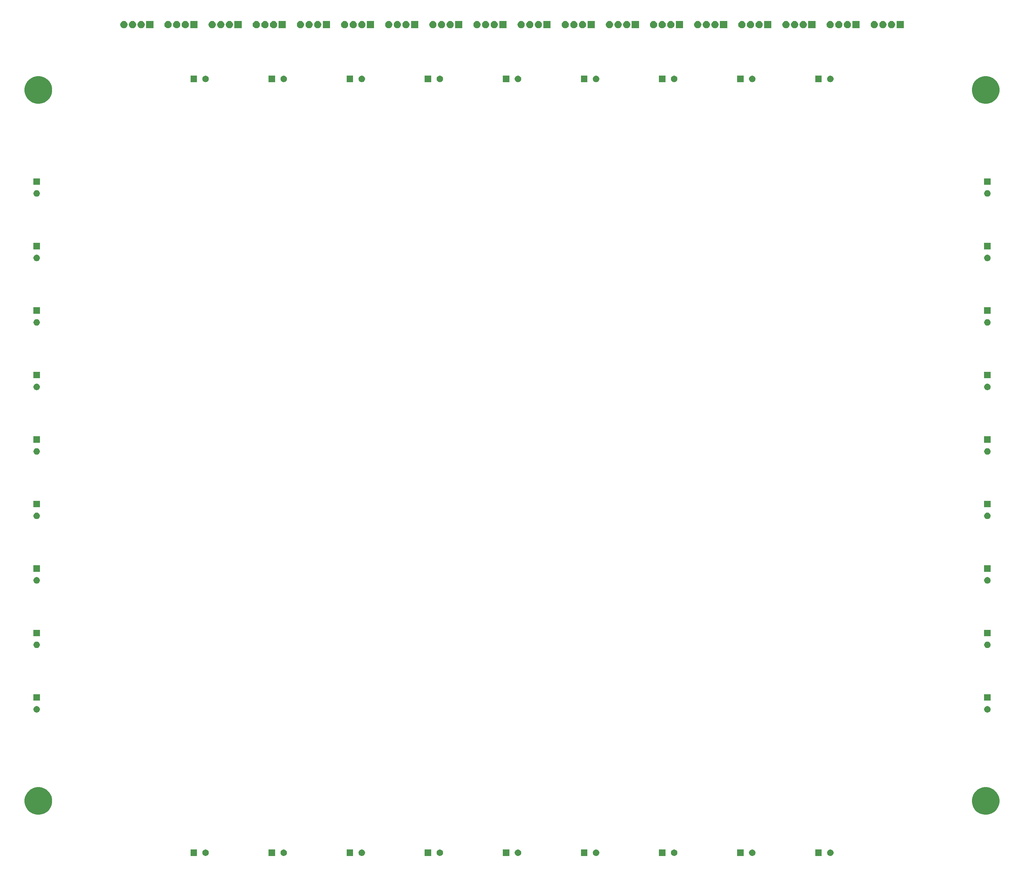
<source format=gbr>
G04 #@! TF.GenerationSoftware,KiCad,Pcbnew,5.1.2-f72e74a~84~ubuntu16.04.1*
G04 #@! TF.CreationDate,2019-10-30T13:45:20-07:00*
G04 #@! TF.ProjectId,roman_led_frame,726f6d61-6e5f-46c6-9564-5f6672616d65,rev?*
G04 #@! TF.SameCoordinates,Original*
G04 #@! TF.FileFunction,Soldermask,Bot*
G04 #@! TF.FilePolarity,Negative*
%FSLAX46Y46*%
G04 Gerber Fmt 4.6, Leading zero omitted, Abs format (unit mm)*
G04 Created by KiCad (PCBNEW 5.1.2-f72e74a~84~ubuntu16.04.1) date 2019-10-30 13:45:20*
%MOMM*%
%LPD*%
G04 APERTURE LIST*
%ADD10C,0.100000*%
G04 APERTURE END LIST*
D10*
G36*
X107200940Y-300951000D02*
G01*
X105298940Y-300951000D01*
X105298940Y-299049000D01*
X107200940Y-299049000D01*
X107200940Y-300951000D01*
X107200940Y-300951000D01*
G37*
G36*
X202027455Y-299085546D02*
G01*
X202200526Y-299157234D01*
X202200527Y-299157235D01*
X202356287Y-299261310D01*
X202488750Y-299393773D01*
X202488751Y-299393775D01*
X202592826Y-299549534D01*
X202664514Y-299722605D01*
X202701060Y-299906333D01*
X202701060Y-300093667D01*
X202664514Y-300277395D01*
X202592826Y-300450466D01*
X202592825Y-300450467D01*
X202488750Y-300606227D01*
X202356287Y-300738690D01*
X202277878Y-300791081D01*
X202200526Y-300842766D01*
X202027455Y-300914454D01*
X201843727Y-300951000D01*
X201656393Y-300951000D01*
X201472665Y-300914454D01*
X201299594Y-300842766D01*
X201222242Y-300791081D01*
X201143833Y-300738690D01*
X201011370Y-300606227D01*
X200907295Y-300450467D01*
X200907294Y-300450466D01*
X200835606Y-300277395D01*
X200799060Y-300093667D01*
X200799060Y-299906333D01*
X200835606Y-299722605D01*
X200907294Y-299549534D01*
X201011369Y-299393775D01*
X201011370Y-299393773D01*
X201143833Y-299261310D01*
X201299593Y-299157235D01*
X201299594Y-299157234D01*
X201472665Y-299085546D01*
X201656393Y-299049000D01*
X201843727Y-299049000D01*
X202027455Y-299085546D01*
X202027455Y-299085546D01*
G37*
G36*
X110027455Y-299085546D02*
G01*
X110200526Y-299157234D01*
X110200527Y-299157235D01*
X110356287Y-299261310D01*
X110488750Y-299393773D01*
X110488751Y-299393775D01*
X110592826Y-299549534D01*
X110664514Y-299722605D01*
X110701060Y-299906333D01*
X110701060Y-300093667D01*
X110664514Y-300277395D01*
X110592826Y-300450466D01*
X110592825Y-300450467D01*
X110488750Y-300606227D01*
X110356287Y-300738690D01*
X110277878Y-300791081D01*
X110200526Y-300842766D01*
X110027455Y-300914454D01*
X109843727Y-300951000D01*
X109656393Y-300951000D01*
X109472665Y-300914454D01*
X109299594Y-300842766D01*
X109222242Y-300791081D01*
X109143833Y-300738690D01*
X109011370Y-300606227D01*
X108907295Y-300450467D01*
X108907294Y-300450466D01*
X108835606Y-300277395D01*
X108799060Y-300093667D01*
X108799060Y-299906333D01*
X108835606Y-299722605D01*
X108907294Y-299549534D01*
X109011369Y-299393775D01*
X109011370Y-299393773D01*
X109143833Y-299261310D01*
X109299593Y-299157235D01*
X109299594Y-299157234D01*
X109472665Y-299085546D01*
X109656393Y-299049000D01*
X109843727Y-299049000D01*
X110027455Y-299085546D01*
X110027455Y-299085546D01*
G37*
G36*
X133027455Y-299085546D02*
G01*
X133200526Y-299157234D01*
X133200527Y-299157235D01*
X133356287Y-299261310D01*
X133488750Y-299393773D01*
X133488751Y-299393775D01*
X133592826Y-299549534D01*
X133664514Y-299722605D01*
X133701060Y-299906333D01*
X133701060Y-300093667D01*
X133664514Y-300277395D01*
X133592826Y-300450466D01*
X133592825Y-300450467D01*
X133488750Y-300606227D01*
X133356287Y-300738690D01*
X133277878Y-300791081D01*
X133200526Y-300842766D01*
X133027455Y-300914454D01*
X132843727Y-300951000D01*
X132656393Y-300951000D01*
X132472665Y-300914454D01*
X132299594Y-300842766D01*
X132222242Y-300791081D01*
X132143833Y-300738690D01*
X132011370Y-300606227D01*
X131907295Y-300450467D01*
X131907294Y-300450466D01*
X131835606Y-300277395D01*
X131799060Y-300093667D01*
X131799060Y-299906333D01*
X131835606Y-299722605D01*
X131907294Y-299549534D01*
X132011369Y-299393775D01*
X132011370Y-299393773D01*
X132143833Y-299261310D01*
X132299593Y-299157235D01*
X132299594Y-299157234D01*
X132472665Y-299085546D01*
X132656393Y-299049000D01*
X132843727Y-299049000D01*
X133027455Y-299085546D01*
X133027455Y-299085546D01*
G37*
G36*
X130200940Y-300951000D02*
G01*
X128298940Y-300951000D01*
X128298940Y-299049000D01*
X130200940Y-299049000D01*
X130200940Y-300951000D01*
X130200940Y-300951000D01*
G37*
G36*
X156027455Y-299085546D02*
G01*
X156200526Y-299157234D01*
X156200527Y-299157235D01*
X156356287Y-299261310D01*
X156488750Y-299393773D01*
X156488751Y-299393775D01*
X156592826Y-299549534D01*
X156664514Y-299722605D01*
X156701060Y-299906333D01*
X156701060Y-300093667D01*
X156664514Y-300277395D01*
X156592826Y-300450466D01*
X156592825Y-300450467D01*
X156488750Y-300606227D01*
X156356287Y-300738690D01*
X156277878Y-300791081D01*
X156200526Y-300842766D01*
X156027455Y-300914454D01*
X155843727Y-300951000D01*
X155656393Y-300951000D01*
X155472665Y-300914454D01*
X155299594Y-300842766D01*
X155222242Y-300791081D01*
X155143833Y-300738690D01*
X155011370Y-300606227D01*
X154907295Y-300450467D01*
X154907294Y-300450466D01*
X154835606Y-300277395D01*
X154799060Y-300093667D01*
X154799060Y-299906333D01*
X154835606Y-299722605D01*
X154907294Y-299549534D01*
X155011369Y-299393775D01*
X155011370Y-299393773D01*
X155143833Y-299261310D01*
X155299593Y-299157235D01*
X155299594Y-299157234D01*
X155472665Y-299085546D01*
X155656393Y-299049000D01*
X155843727Y-299049000D01*
X156027455Y-299085546D01*
X156027455Y-299085546D01*
G37*
G36*
X153200940Y-300951000D02*
G01*
X151298940Y-300951000D01*
X151298940Y-299049000D01*
X153200940Y-299049000D01*
X153200940Y-300951000D01*
X153200940Y-300951000D01*
G37*
G36*
X179027455Y-299085546D02*
G01*
X179200526Y-299157234D01*
X179200527Y-299157235D01*
X179356287Y-299261310D01*
X179488750Y-299393773D01*
X179488751Y-299393775D01*
X179592826Y-299549534D01*
X179664514Y-299722605D01*
X179701060Y-299906333D01*
X179701060Y-300093667D01*
X179664514Y-300277395D01*
X179592826Y-300450466D01*
X179592825Y-300450467D01*
X179488750Y-300606227D01*
X179356287Y-300738690D01*
X179277878Y-300791081D01*
X179200526Y-300842766D01*
X179027455Y-300914454D01*
X178843727Y-300951000D01*
X178656393Y-300951000D01*
X178472665Y-300914454D01*
X178299594Y-300842766D01*
X178222242Y-300791081D01*
X178143833Y-300738690D01*
X178011370Y-300606227D01*
X177907295Y-300450467D01*
X177907294Y-300450466D01*
X177835606Y-300277395D01*
X177799060Y-300093667D01*
X177799060Y-299906333D01*
X177835606Y-299722605D01*
X177907294Y-299549534D01*
X178011369Y-299393775D01*
X178011370Y-299393773D01*
X178143833Y-299261310D01*
X178299593Y-299157235D01*
X178299594Y-299157234D01*
X178472665Y-299085546D01*
X178656393Y-299049000D01*
X178843727Y-299049000D01*
X179027455Y-299085546D01*
X179027455Y-299085546D01*
G37*
G36*
X176200940Y-300951000D02*
G01*
X174298940Y-300951000D01*
X174298940Y-299049000D01*
X176200940Y-299049000D01*
X176200940Y-300951000D01*
X176200940Y-300951000D01*
G37*
G36*
X225027455Y-299085546D02*
G01*
X225200526Y-299157234D01*
X225200527Y-299157235D01*
X225356287Y-299261310D01*
X225488750Y-299393773D01*
X225488751Y-299393775D01*
X225592826Y-299549534D01*
X225664514Y-299722605D01*
X225701060Y-299906333D01*
X225701060Y-300093667D01*
X225664514Y-300277395D01*
X225592826Y-300450466D01*
X225592825Y-300450467D01*
X225488750Y-300606227D01*
X225356287Y-300738690D01*
X225277878Y-300791081D01*
X225200526Y-300842766D01*
X225027455Y-300914454D01*
X224843727Y-300951000D01*
X224656393Y-300951000D01*
X224472665Y-300914454D01*
X224299594Y-300842766D01*
X224222242Y-300791081D01*
X224143833Y-300738690D01*
X224011370Y-300606227D01*
X223907295Y-300450467D01*
X223907294Y-300450466D01*
X223835606Y-300277395D01*
X223799060Y-300093667D01*
X223799060Y-299906333D01*
X223835606Y-299722605D01*
X223907294Y-299549534D01*
X224011369Y-299393775D01*
X224011370Y-299393773D01*
X224143833Y-299261310D01*
X224299593Y-299157235D01*
X224299594Y-299157234D01*
X224472665Y-299085546D01*
X224656393Y-299049000D01*
X224843727Y-299049000D01*
X225027455Y-299085546D01*
X225027455Y-299085546D01*
G37*
G36*
X291200940Y-300951000D02*
G01*
X289298940Y-300951000D01*
X289298940Y-299049000D01*
X291200940Y-299049000D01*
X291200940Y-300951000D01*
X291200940Y-300951000D01*
G37*
G36*
X294027455Y-299085546D02*
G01*
X294200526Y-299157234D01*
X294200527Y-299157235D01*
X294356287Y-299261310D01*
X294488750Y-299393773D01*
X294488751Y-299393775D01*
X294592826Y-299549534D01*
X294664514Y-299722605D01*
X294701060Y-299906333D01*
X294701060Y-300093667D01*
X294664514Y-300277395D01*
X294592826Y-300450466D01*
X294592825Y-300450467D01*
X294488750Y-300606227D01*
X294356287Y-300738690D01*
X294277878Y-300791081D01*
X294200526Y-300842766D01*
X294027455Y-300914454D01*
X293843727Y-300951000D01*
X293656393Y-300951000D01*
X293472665Y-300914454D01*
X293299594Y-300842766D01*
X293222242Y-300791081D01*
X293143833Y-300738690D01*
X293011370Y-300606227D01*
X292907295Y-300450467D01*
X292907294Y-300450466D01*
X292835606Y-300277395D01*
X292799060Y-300093667D01*
X292799060Y-299906333D01*
X292835606Y-299722605D01*
X292907294Y-299549534D01*
X293011369Y-299393775D01*
X293011370Y-299393773D01*
X293143833Y-299261310D01*
X293299593Y-299157235D01*
X293299594Y-299157234D01*
X293472665Y-299085546D01*
X293656393Y-299049000D01*
X293843727Y-299049000D01*
X294027455Y-299085546D01*
X294027455Y-299085546D01*
G37*
G36*
X268200940Y-300951000D02*
G01*
X266298940Y-300951000D01*
X266298940Y-299049000D01*
X268200940Y-299049000D01*
X268200940Y-300951000D01*
X268200940Y-300951000D01*
G37*
G36*
X271027455Y-299085546D02*
G01*
X271200526Y-299157234D01*
X271200527Y-299157235D01*
X271356287Y-299261310D01*
X271488750Y-299393773D01*
X271488751Y-299393775D01*
X271592826Y-299549534D01*
X271664514Y-299722605D01*
X271701060Y-299906333D01*
X271701060Y-300093667D01*
X271664514Y-300277395D01*
X271592826Y-300450466D01*
X271592825Y-300450467D01*
X271488750Y-300606227D01*
X271356287Y-300738690D01*
X271277878Y-300791081D01*
X271200526Y-300842766D01*
X271027455Y-300914454D01*
X270843727Y-300951000D01*
X270656393Y-300951000D01*
X270472665Y-300914454D01*
X270299594Y-300842766D01*
X270222242Y-300791081D01*
X270143833Y-300738690D01*
X270011370Y-300606227D01*
X269907295Y-300450467D01*
X269907294Y-300450466D01*
X269835606Y-300277395D01*
X269799060Y-300093667D01*
X269799060Y-299906333D01*
X269835606Y-299722605D01*
X269907294Y-299549534D01*
X270011369Y-299393775D01*
X270011370Y-299393773D01*
X270143833Y-299261310D01*
X270299593Y-299157235D01*
X270299594Y-299157234D01*
X270472665Y-299085546D01*
X270656393Y-299049000D01*
X270843727Y-299049000D01*
X271027455Y-299085546D01*
X271027455Y-299085546D01*
G37*
G36*
X248027455Y-299085546D02*
G01*
X248200526Y-299157234D01*
X248200527Y-299157235D01*
X248356287Y-299261310D01*
X248488750Y-299393773D01*
X248488751Y-299393775D01*
X248592826Y-299549534D01*
X248664514Y-299722605D01*
X248701060Y-299906333D01*
X248701060Y-300093667D01*
X248664514Y-300277395D01*
X248592826Y-300450466D01*
X248592825Y-300450467D01*
X248488750Y-300606227D01*
X248356287Y-300738690D01*
X248277878Y-300791081D01*
X248200526Y-300842766D01*
X248027455Y-300914454D01*
X247843727Y-300951000D01*
X247656393Y-300951000D01*
X247472665Y-300914454D01*
X247299594Y-300842766D01*
X247222242Y-300791081D01*
X247143833Y-300738690D01*
X247011370Y-300606227D01*
X246907295Y-300450467D01*
X246907294Y-300450466D01*
X246835606Y-300277395D01*
X246799060Y-300093667D01*
X246799060Y-299906333D01*
X246835606Y-299722605D01*
X246907294Y-299549534D01*
X247011369Y-299393775D01*
X247011370Y-299393773D01*
X247143833Y-299261310D01*
X247299593Y-299157235D01*
X247299594Y-299157234D01*
X247472665Y-299085546D01*
X247656393Y-299049000D01*
X247843727Y-299049000D01*
X248027455Y-299085546D01*
X248027455Y-299085546D01*
G37*
G36*
X199200940Y-300951000D02*
G01*
X197298940Y-300951000D01*
X197298940Y-299049000D01*
X199200940Y-299049000D01*
X199200940Y-300951000D01*
X199200940Y-300951000D01*
G37*
G36*
X222200940Y-300951000D02*
G01*
X220298940Y-300951000D01*
X220298940Y-299049000D01*
X222200940Y-299049000D01*
X222200940Y-300951000D01*
X222200940Y-300951000D01*
G37*
G36*
X245200940Y-300951000D02*
G01*
X243298940Y-300951000D01*
X243298940Y-299049000D01*
X245200940Y-299049000D01*
X245200940Y-300951000D01*
X245200940Y-300951000D01*
G37*
G36*
X340685482Y-280831984D02*
G01*
X341425119Y-281138352D01*
X341425121Y-281138353D01*
X341760207Y-281362250D01*
X342090776Y-281583129D01*
X342656871Y-282149224D01*
X343101648Y-282814881D01*
X343408016Y-283554518D01*
X343564200Y-284339710D01*
X343564200Y-285140290D01*
X343408016Y-285925482D01*
X343101648Y-286665119D01*
X343101647Y-286665121D01*
X342656870Y-287330777D01*
X342090777Y-287896870D01*
X341425121Y-288341647D01*
X341425120Y-288341648D01*
X341425119Y-288341648D01*
X340685482Y-288648016D01*
X339900290Y-288804200D01*
X339099710Y-288804200D01*
X338314518Y-288648016D01*
X337574881Y-288341648D01*
X337574880Y-288341648D01*
X337574879Y-288341647D01*
X336909223Y-287896870D01*
X336343130Y-287330777D01*
X335898353Y-286665121D01*
X335898352Y-286665119D01*
X335591984Y-285925482D01*
X335435800Y-285140290D01*
X335435800Y-284339710D01*
X335591984Y-283554518D01*
X335898352Y-282814881D01*
X336343129Y-282149224D01*
X336909224Y-281583129D01*
X337239793Y-281362250D01*
X337574879Y-281138353D01*
X337574881Y-281138352D01*
X338314518Y-280831984D01*
X339099710Y-280675800D01*
X339900290Y-280675800D01*
X340685482Y-280831984D01*
X340685482Y-280831984D01*
G37*
G36*
X61685482Y-280831984D02*
G01*
X62425119Y-281138352D01*
X62425121Y-281138353D01*
X62760207Y-281362250D01*
X63090776Y-281583129D01*
X63656871Y-282149224D01*
X64101648Y-282814881D01*
X64408016Y-283554518D01*
X64564200Y-284339710D01*
X64564200Y-285140290D01*
X64408016Y-285925482D01*
X64101648Y-286665119D01*
X64101647Y-286665121D01*
X63656870Y-287330777D01*
X63090777Y-287896870D01*
X62425121Y-288341647D01*
X62425120Y-288341648D01*
X62425119Y-288341648D01*
X61685482Y-288648016D01*
X60900290Y-288804200D01*
X60099710Y-288804200D01*
X59314518Y-288648016D01*
X58574881Y-288341648D01*
X58574880Y-288341648D01*
X58574879Y-288341647D01*
X57909223Y-287896870D01*
X57343130Y-287330777D01*
X56898353Y-286665121D01*
X56898352Y-286665119D01*
X56591984Y-285925482D01*
X56435800Y-285140290D01*
X56435800Y-284339710D01*
X56591984Y-283554518D01*
X56898352Y-282814881D01*
X57343129Y-282149224D01*
X57909224Y-281583129D01*
X58239793Y-281362250D01*
X58574879Y-281138353D01*
X58574881Y-281138352D01*
X59314518Y-280831984D01*
X60099710Y-280675800D01*
X60900290Y-280675800D01*
X61685482Y-280831984D01*
X61685482Y-280831984D01*
G37*
G36*
X60277395Y-256835606D02*
G01*
X60450466Y-256907294D01*
X60450467Y-256907295D01*
X60606227Y-257011370D01*
X60738690Y-257143833D01*
X60738691Y-257143835D01*
X60842766Y-257299594D01*
X60914454Y-257472665D01*
X60951000Y-257656393D01*
X60951000Y-257843727D01*
X60914454Y-258027455D01*
X60842766Y-258200526D01*
X60842765Y-258200527D01*
X60738690Y-258356287D01*
X60606227Y-258488750D01*
X60527818Y-258541141D01*
X60450466Y-258592826D01*
X60277395Y-258664514D01*
X60093667Y-258701060D01*
X59906333Y-258701060D01*
X59722605Y-258664514D01*
X59549534Y-258592826D01*
X59472182Y-258541141D01*
X59393773Y-258488750D01*
X59261310Y-258356287D01*
X59157235Y-258200527D01*
X59157234Y-258200526D01*
X59085546Y-258027455D01*
X59049000Y-257843727D01*
X59049000Y-257656393D01*
X59085546Y-257472665D01*
X59157234Y-257299594D01*
X59261309Y-257143835D01*
X59261310Y-257143833D01*
X59393773Y-257011370D01*
X59549533Y-256907295D01*
X59549534Y-256907294D01*
X59722605Y-256835606D01*
X59906333Y-256799060D01*
X60093667Y-256799060D01*
X60277395Y-256835606D01*
X60277395Y-256835606D01*
G37*
G36*
X340277395Y-256835606D02*
G01*
X340450466Y-256907294D01*
X340450467Y-256907295D01*
X340606227Y-257011370D01*
X340738690Y-257143833D01*
X340738691Y-257143835D01*
X340842766Y-257299594D01*
X340914454Y-257472665D01*
X340951000Y-257656393D01*
X340951000Y-257843727D01*
X340914454Y-258027455D01*
X340842766Y-258200526D01*
X340842765Y-258200527D01*
X340738690Y-258356287D01*
X340606227Y-258488750D01*
X340527818Y-258541141D01*
X340450466Y-258592826D01*
X340277395Y-258664514D01*
X340093667Y-258701060D01*
X339906333Y-258701060D01*
X339722605Y-258664514D01*
X339549534Y-258592826D01*
X339472182Y-258541141D01*
X339393773Y-258488750D01*
X339261310Y-258356287D01*
X339157235Y-258200527D01*
X339157234Y-258200526D01*
X339085546Y-258027455D01*
X339049000Y-257843727D01*
X339049000Y-257656393D01*
X339085546Y-257472665D01*
X339157234Y-257299594D01*
X339261309Y-257143835D01*
X339261310Y-257143833D01*
X339393773Y-257011370D01*
X339549533Y-256907295D01*
X339549534Y-256907294D01*
X339722605Y-256835606D01*
X339906333Y-256799060D01*
X340093667Y-256799060D01*
X340277395Y-256835606D01*
X340277395Y-256835606D01*
G37*
G36*
X340951000Y-255200940D02*
G01*
X339049000Y-255200940D01*
X339049000Y-253298940D01*
X340951000Y-253298940D01*
X340951000Y-255200940D01*
X340951000Y-255200940D01*
G37*
G36*
X60951000Y-255200940D02*
G01*
X59049000Y-255200940D01*
X59049000Y-253298940D01*
X60951000Y-253298940D01*
X60951000Y-255200940D01*
X60951000Y-255200940D01*
G37*
G36*
X60277395Y-237835606D02*
G01*
X60450466Y-237907294D01*
X60450467Y-237907295D01*
X60606227Y-238011370D01*
X60738690Y-238143833D01*
X60738691Y-238143835D01*
X60842766Y-238299594D01*
X60914454Y-238472665D01*
X60951000Y-238656393D01*
X60951000Y-238843727D01*
X60914454Y-239027455D01*
X60842766Y-239200526D01*
X60842765Y-239200527D01*
X60738690Y-239356287D01*
X60606227Y-239488750D01*
X60527818Y-239541141D01*
X60450466Y-239592826D01*
X60277395Y-239664514D01*
X60093667Y-239701060D01*
X59906333Y-239701060D01*
X59722605Y-239664514D01*
X59549534Y-239592826D01*
X59472182Y-239541141D01*
X59393773Y-239488750D01*
X59261310Y-239356287D01*
X59157235Y-239200527D01*
X59157234Y-239200526D01*
X59085546Y-239027455D01*
X59049000Y-238843727D01*
X59049000Y-238656393D01*
X59085546Y-238472665D01*
X59157234Y-238299594D01*
X59261309Y-238143835D01*
X59261310Y-238143833D01*
X59393773Y-238011370D01*
X59549533Y-237907295D01*
X59549534Y-237907294D01*
X59722605Y-237835606D01*
X59906333Y-237799060D01*
X60093667Y-237799060D01*
X60277395Y-237835606D01*
X60277395Y-237835606D01*
G37*
G36*
X340277395Y-237835606D02*
G01*
X340450466Y-237907294D01*
X340450467Y-237907295D01*
X340606227Y-238011370D01*
X340738690Y-238143833D01*
X340738691Y-238143835D01*
X340842766Y-238299594D01*
X340914454Y-238472665D01*
X340951000Y-238656393D01*
X340951000Y-238843727D01*
X340914454Y-239027455D01*
X340842766Y-239200526D01*
X340842765Y-239200527D01*
X340738690Y-239356287D01*
X340606227Y-239488750D01*
X340527818Y-239541141D01*
X340450466Y-239592826D01*
X340277395Y-239664514D01*
X340093667Y-239701060D01*
X339906333Y-239701060D01*
X339722605Y-239664514D01*
X339549534Y-239592826D01*
X339472182Y-239541141D01*
X339393773Y-239488750D01*
X339261310Y-239356287D01*
X339157235Y-239200527D01*
X339157234Y-239200526D01*
X339085546Y-239027455D01*
X339049000Y-238843727D01*
X339049000Y-238656393D01*
X339085546Y-238472665D01*
X339157234Y-238299594D01*
X339261309Y-238143835D01*
X339261310Y-238143833D01*
X339393773Y-238011370D01*
X339549533Y-237907295D01*
X339549534Y-237907294D01*
X339722605Y-237835606D01*
X339906333Y-237799060D01*
X340093667Y-237799060D01*
X340277395Y-237835606D01*
X340277395Y-237835606D01*
G37*
G36*
X60951000Y-236200940D02*
G01*
X59049000Y-236200940D01*
X59049000Y-234298940D01*
X60951000Y-234298940D01*
X60951000Y-236200940D01*
X60951000Y-236200940D01*
G37*
G36*
X340951000Y-236200940D02*
G01*
X339049000Y-236200940D01*
X339049000Y-234298940D01*
X340951000Y-234298940D01*
X340951000Y-236200940D01*
X340951000Y-236200940D01*
G37*
G36*
X60277395Y-218835606D02*
G01*
X60450466Y-218907294D01*
X60450467Y-218907295D01*
X60606227Y-219011370D01*
X60738690Y-219143833D01*
X60738691Y-219143835D01*
X60842766Y-219299594D01*
X60914454Y-219472665D01*
X60951000Y-219656393D01*
X60951000Y-219843727D01*
X60914454Y-220027455D01*
X60842766Y-220200526D01*
X60842765Y-220200527D01*
X60738690Y-220356287D01*
X60606227Y-220488750D01*
X60527818Y-220541141D01*
X60450466Y-220592826D01*
X60277395Y-220664514D01*
X60093667Y-220701060D01*
X59906333Y-220701060D01*
X59722605Y-220664514D01*
X59549534Y-220592826D01*
X59472182Y-220541141D01*
X59393773Y-220488750D01*
X59261310Y-220356287D01*
X59157235Y-220200527D01*
X59157234Y-220200526D01*
X59085546Y-220027455D01*
X59049000Y-219843727D01*
X59049000Y-219656393D01*
X59085546Y-219472665D01*
X59157234Y-219299594D01*
X59261309Y-219143835D01*
X59261310Y-219143833D01*
X59393773Y-219011370D01*
X59549533Y-218907295D01*
X59549534Y-218907294D01*
X59722605Y-218835606D01*
X59906333Y-218799060D01*
X60093667Y-218799060D01*
X60277395Y-218835606D01*
X60277395Y-218835606D01*
G37*
G36*
X340277395Y-218835606D02*
G01*
X340450466Y-218907294D01*
X340450467Y-218907295D01*
X340606227Y-219011370D01*
X340738690Y-219143833D01*
X340738691Y-219143835D01*
X340842766Y-219299594D01*
X340914454Y-219472665D01*
X340951000Y-219656393D01*
X340951000Y-219843727D01*
X340914454Y-220027455D01*
X340842766Y-220200526D01*
X340842765Y-220200527D01*
X340738690Y-220356287D01*
X340606227Y-220488750D01*
X340527818Y-220541141D01*
X340450466Y-220592826D01*
X340277395Y-220664514D01*
X340093667Y-220701060D01*
X339906333Y-220701060D01*
X339722605Y-220664514D01*
X339549534Y-220592826D01*
X339472182Y-220541141D01*
X339393773Y-220488750D01*
X339261310Y-220356287D01*
X339157235Y-220200527D01*
X339157234Y-220200526D01*
X339085546Y-220027455D01*
X339049000Y-219843727D01*
X339049000Y-219656393D01*
X339085546Y-219472665D01*
X339157234Y-219299594D01*
X339261309Y-219143835D01*
X339261310Y-219143833D01*
X339393773Y-219011370D01*
X339549533Y-218907295D01*
X339549534Y-218907294D01*
X339722605Y-218835606D01*
X339906333Y-218799060D01*
X340093667Y-218799060D01*
X340277395Y-218835606D01*
X340277395Y-218835606D01*
G37*
G36*
X340951000Y-217200940D02*
G01*
X339049000Y-217200940D01*
X339049000Y-215298940D01*
X340951000Y-215298940D01*
X340951000Y-217200940D01*
X340951000Y-217200940D01*
G37*
G36*
X60951000Y-217200940D02*
G01*
X59049000Y-217200940D01*
X59049000Y-215298940D01*
X60951000Y-215298940D01*
X60951000Y-217200940D01*
X60951000Y-217200940D01*
G37*
G36*
X340277395Y-199835606D02*
G01*
X340450466Y-199907294D01*
X340450467Y-199907295D01*
X340606227Y-200011370D01*
X340738690Y-200143833D01*
X340738691Y-200143835D01*
X340842766Y-200299594D01*
X340914454Y-200472665D01*
X340951000Y-200656393D01*
X340951000Y-200843727D01*
X340914454Y-201027455D01*
X340842766Y-201200526D01*
X340842765Y-201200527D01*
X340738690Y-201356287D01*
X340606227Y-201488750D01*
X340527818Y-201541141D01*
X340450466Y-201592826D01*
X340277395Y-201664514D01*
X340093667Y-201701060D01*
X339906333Y-201701060D01*
X339722605Y-201664514D01*
X339549534Y-201592826D01*
X339472182Y-201541141D01*
X339393773Y-201488750D01*
X339261310Y-201356287D01*
X339157235Y-201200527D01*
X339157234Y-201200526D01*
X339085546Y-201027455D01*
X339049000Y-200843727D01*
X339049000Y-200656393D01*
X339085546Y-200472665D01*
X339157234Y-200299594D01*
X339261309Y-200143835D01*
X339261310Y-200143833D01*
X339393773Y-200011370D01*
X339549533Y-199907295D01*
X339549534Y-199907294D01*
X339722605Y-199835606D01*
X339906333Y-199799060D01*
X340093667Y-199799060D01*
X340277395Y-199835606D01*
X340277395Y-199835606D01*
G37*
G36*
X60277395Y-199835606D02*
G01*
X60450466Y-199907294D01*
X60450467Y-199907295D01*
X60606227Y-200011370D01*
X60738690Y-200143833D01*
X60738691Y-200143835D01*
X60842766Y-200299594D01*
X60914454Y-200472665D01*
X60951000Y-200656393D01*
X60951000Y-200843727D01*
X60914454Y-201027455D01*
X60842766Y-201200526D01*
X60842765Y-201200527D01*
X60738690Y-201356287D01*
X60606227Y-201488750D01*
X60527818Y-201541141D01*
X60450466Y-201592826D01*
X60277395Y-201664514D01*
X60093667Y-201701060D01*
X59906333Y-201701060D01*
X59722605Y-201664514D01*
X59549534Y-201592826D01*
X59472182Y-201541141D01*
X59393773Y-201488750D01*
X59261310Y-201356287D01*
X59157235Y-201200527D01*
X59157234Y-201200526D01*
X59085546Y-201027455D01*
X59049000Y-200843727D01*
X59049000Y-200656393D01*
X59085546Y-200472665D01*
X59157234Y-200299594D01*
X59261309Y-200143835D01*
X59261310Y-200143833D01*
X59393773Y-200011370D01*
X59549533Y-199907295D01*
X59549534Y-199907294D01*
X59722605Y-199835606D01*
X59906333Y-199799060D01*
X60093667Y-199799060D01*
X60277395Y-199835606D01*
X60277395Y-199835606D01*
G37*
G36*
X60951000Y-198200940D02*
G01*
X59049000Y-198200940D01*
X59049000Y-196298940D01*
X60951000Y-196298940D01*
X60951000Y-198200940D01*
X60951000Y-198200940D01*
G37*
G36*
X340951000Y-198200940D02*
G01*
X339049000Y-198200940D01*
X339049000Y-196298940D01*
X340951000Y-196298940D01*
X340951000Y-198200940D01*
X340951000Y-198200940D01*
G37*
G36*
X340277395Y-180835606D02*
G01*
X340450466Y-180907294D01*
X340450467Y-180907295D01*
X340606227Y-181011370D01*
X340738690Y-181143833D01*
X340738691Y-181143835D01*
X340842766Y-181299594D01*
X340914454Y-181472665D01*
X340951000Y-181656393D01*
X340951000Y-181843727D01*
X340914454Y-182027455D01*
X340842766Y-182200526D01*
X340842765Y-182200527D01*
X340738690Y-182356287D01*
X340606227Y-182488750D01*
X340527818Y-182541141D01*
X340450466Y-182592826D01*
X340277395Y-182664514D01*
X340093667Y-182701060D01*
X339906333Y-182701060D01*
X339722605Y-182664514D01*
X339549534Y-182592826D01*
X339472182Y-182541141D01*
X339393773Y-182488750D01*
X339261310Y-182356287D01*
X339157235Y-182200527D01*
X339157234Y-182200526D01*
X339085546Y-182027455D01*
X339049000Y-181843727D01*
X339049000Y-181656393D01*
X339085546Y-181472665D01*
X339157234Y-181299594D01*
X339261309Y-181143835D01*
X339261310Y-181143833D01*
X339393773Y-181011370D01*
X339549533Y-180907295D01*
X339549534Y-180907294D01*
X339722605Y-180835606D01*
X339906333Y-180799060D01*
X340093667Y-180799060D01*
X340277395Y-180835606D01*
X340277395Y-180835606D01*
G37*
G36*
X60277395Y-180835606D02*
G01*
X60450466Y-180907294D01*
X60450467Y-180907295D01*
X60606227Y-181011370D01*
X60738690Y-181143833D01*
X60738691Y-181143835D01*
X60842766Y-181299594D01*
X60914454Y-181472665D01*
X60951000Y-181656393D01*
X60951000Y-181843727D01*
X60914454Y-182027455D01*
X60842766Y-182200526D01*
X60842765Y-182200527D01*
X60738690Y-182356287D01*
X60606227Y-182488750D01*
X60527818Y-182541141D01*
X60450466Y-182592826D01*
X60277395Y-182664514D01*
X60093667Y-182701060D01*
X59906333Y-182701060D01*
X59722605Y-182664514D01*
X59549534Y-182592826D01*
X59472182Y-182541141D01*
X59393773Y-182488750D01*
X59261310Y-182356287D01*
X59157235Y-182200527D01*
X59157234Y-182200526D01*
X59085546Y-182027455D01*
X59049000Y-181843727D01*
X59049000Y-181656393D01*
X59085546Y-181472665D01*
X59157234Y-181299594D01*
X59261309Y-181143835D01*
X59261310Y-181143833D01*
X59393773Y-181011370D01*
X59549533Y-180907295D01*
X59549534Y-180907294D01*
X59722605Y-180835606D01*
X59906333Y-180799060D01*
X60093667Y-180799060D01*
X60277395Y-180835606D01*
X60277395Y-180835606D01*
G37*
G36*
X340951000Y-179200940D02*
G01*
X339049000Y-179200940D01*
X339049000Y-177298940D01*
X340951000Y-177298940D01*
X340951000Y-179200940D01*
X340951000Y-179200940D01*
G37*
G36*
X60951000Y-179200940D02*
G01*
X59049000Y-179200940D01*
X59049000Y-177298940D01*
X60951000Y-177298940D01*
X60951000Y-179200940D01*
X60951000Y-179200940D01*
G37*
G36*
X60277395Y-161835606D02*
G01*
X60450466Y-161907294D01*
X60450467Y-161907295D01*
X60606227Y-162011370D01*
X60738690Y-162143833D01*
X60738691Y-162143835D01*
X60842766Y-162299594D01*
X60914454Y-162472665D01*
X60951000Y-162656393D01*
X60951000Y-162843727D01*
X60914454Y-163027455D01*
X60842766Y-163200526D01*
X60842765Y-163200527D01*
X60738690Y-163356287D01*
X60606227Y-163488750D01*
X60527818Y-163541141D01*
X60450466Y-163592826D01*
X60277395Y-163664514D01*
X60093667Y-163701060D01*
X59906333Y-163701060D01*
X59722605Y-163664514D01*
X59549534Y-163592826D01*
X59472182Y-163541141D01*
X59393773Y-163488750D01*
X59261310Y-163356287D01*
X59157235Y-163200527D01*
X59157234Y-163200526D01*
X59085546Y-163027455D01*
X59049000Y-162843727D01*
X59049000Y-162656393D01*
X59085546Y-162472665D01*
X59157234Y-162299594D01*
X59261309Y-162143835D01*
X59261310Y-162143833D01*
X59393773Y-162011370D01*
X59549533Y-161907295D01*
X59549534Y-161907294D01*
X59722605Y-161835606D01*
X59906333Y-161799060D01*
X60093667Y-161799060D01*
X60277395Y-161835606D01*
X60277395Y-161835606D01*
G37*
G36*
X340277395Y-161835606D02*
G01*
X340450466Y-161907294D01*
X340450467Y-161907295D01*
X340606227Y-162011370D01*
X340738690Y-162143833D01*
X340738691Y-162143835D01*
X340842766Y-162299594D01*
X340914454Y-162472665D01*
X340951000Y-162656393D01*
X340951000Y-162843727D01*
X340914454Y-163027455D01*
X340842766Y-163200526D01*
X340842765Y-163200527D01*
X340738690Y-163356287D01*
X340606227Y-163488750D01*
X340527818Y-163541141D01*
X340450466Y-163592826D01*
X340277395Y-163664514D01*
X340093667Y-163701060D01*
X339906333Y-163701060D01*
X339722605Y-163664514D01*
X339549534Y-163592826D01*
X339472182Y-163541141D01*
X339393773Y-163488750D01*
X339261310Y-163356287D01*
X339157235Y-163200527D01*
X339157234Y-163200526D01*
X339085546Y-163027455D01*
X339049000Y-162843727D01*
X339049000Y-162656393D01*
X339085546Y-162472665D01*
X339157234Y-162299594D01*
X339261309Y-162143835D01*
X339261310Y-162143833D01*
X339393773Y-162011370D01*
X339549533Y-161907295D01*
X339549534Y-161907294D01*
X339722605Y-161835606D01*
X339906333Y-161799060D01*
X340093667Y-161799060D01*
X340277395Y-161835606D01*
X340277395Y-161835606D01*
G37*
G36*
X60951000Y-160200940D02*
G01*
X59049000Y-160200940D01*
X59049000Y-158298940D01*
X60951000Y-158298940D01*
X60951000Y-160200940D01*
X60951000Y-160200940D01*
G37*
G36*
X340951000Y-160200940D02*
G01*
X339049000Y-160200940D01*
X339049000Y-158298940D01*
X340951000Y-158298940D01*
X340951000Y-160200940D01*
X340951000Y-160200940D01*
G37*
G36*
X60277395Y-142835606D02*
G01*
X60450466Y-142907294D01*
X60450467Y-142907295D01*
X60606227Y-143011370D01*
X60738690Y-143143833D01*
X60738691Y-143143835D01*
X60842766Y-143299594D01*
X60914454Y-143472665D01*
X60951000Y-143656393D01*
X60951000Y-143843727D01*
X60914454Y-144027455D01*
X60842766Y-144200526D01*
X60842765Y-144200527D01*
X60738690Y-144356287D01*
X60606227Y-144488750D01*
X60527818Y-144541141D01*
X60450466Y-144592826D01*
X60277395Y-144664514D01*
X60093667Y-144701060D01*
X59906333Y-144701060D01*
X59722605Y-144664514D01*
X59549534Y-144592826D01*
X59472182Y-144541141D01*
X59393773Y-144488750D01*
X59261310Y-144356287D01*
X59157235Y-144200527D01*
X59157234Y-144200526D01*
X59085546Y-144027455D01*
X59049000Y-143843727D01*
X59049000Y-143656393D01*
X59085546Y-143472665D01*
X59157234Y-143299594D01*
X59261309Y-143143835D01*
X59261310Y-143143833D01*
X59393773Y-143011370D01*
X59549533Y-142907295D01*
X59549534Y-142907294D01*
X59722605Y-142835606D01*
X59906333Y-142799060D01*
X60093667Y-142799060D01*
X60277395Y-142835606D01*
X60277395Y-142835606D01*
G37*
G36*
X340277395Y-142835606D02*
G01*
X340450466Y-142907294D01*
X340450467Y-142907295D01*
X340606227Y-143011370D01*
X340738690Y-143143833D01*
X340738691Y-143143835D01*
X340842766Y-143299594D01*
X340914454Y-143472665D01*
X340951000Y-143656393D01*
X340951000Y-143843727D01*
X340914454Y-144027455D01*
X340842766Y-144200526D01*
X340842765Y-144200527D01*
X340738690Y-144356287D01*
X340606227Y-144488750D01*
X340527818Y-144541141D01*
X340450466Y-144592826D01*
X340277395Y-144664514D01*
X340093667Y-144701060D01*
X339906333Y-144701060D01*
X339722605Y-144664514D01*
X339549534Y-144592826D01*
X339472182Y-144541141D01*
X339393773Y-144488750D01*
X339261310Y-144356287D01*
X339157235Y-144200527D01*
X339157234Y-144200526D01*
X339085546Y-144027455D01*
X339049000Y-143843727D01*
X339049000Y-143656393D01*
X339085546Y-143472665D01*
X339157234Y-143299594D01*
X339261309Y-143143835D01*
X339261310Y-143143833D01*
X339393773Y-143011370D01*
X339549533Y-142907295D01*
X339549534Y-142907294D01*
X339722605Y-142835606D01*
X339906333Y-142799060D01*
X340093667Y-142799060D01*
X340277395Y-142835606D01*
X340277395Y-142835606D01*
G37*
G36*
X340951000Y-141200940D02*
G01*
X339049000Y-141200940D01*
X339049000Y-139298940D01*
X340951000Y-139298940D01*
X340951000Y-141200940D01*
X340951000Y-141200940D01*
G37*
G36*
X60951000Y-141200940D02*
G01*
X59049000Y-141200940D01*
X59049000Y-139298940D01*
X60951000Y-139298940D01*
X60951000Y-141200940D01*
X60951000Y-141200940D01*
G37*
G36*
X340277395Y-123835606D02*
G01*
X340450466Y-123907294D01*
X340450467Y-123907295D01*
X340606227Y-124011370D01*
X340738690Y-124143833D01*
X340738691Y-124143835D01*
X340842766Y-124299594D01*
X340914454Y-124472665D01*
X340951000Y-124656393D01*
X340951000Y-124843727D01*
X340914454Y-125027455D01*
X340842766Y-125200526D01*
X340842765Y-125200527D01*
X340738690Y-125356287D01*
X340606227Y-125488750D01*
X340527818Y-125541141D01*
X340450466Y-125592826D01*
X340277395Y-125664514D01*
X340093667Y-125701060D01*
X339906333Y-125701060D01*
X339722605Y-125664514D01*
X339549534Y-125592826D01*
X339472182Y-125541141D01*
X339393773Y-125488750D01*
X339261310Y-125356287D01*
X339157235Y-125200527D01*
X339157234Y-125200526D01*
X339085546Y-125027455D01*
X339049000Y-124843727D01*
X339049000Y-124656393D01*
X339085546Y-124472665D01*
X339157234Y-124299594D01*
X339261309Y-124143835D01*
X339261310Y-124143833D01*
X339393773Y-124011370D01*
X339549533Y-123907295D01*
X339549534Y-123907294D01*
X339722605Y-123835606D01*
X339906333Y-123799060D01*
X340093667Y-123799060D01*
X340277395Y-123835606D01*
X340277395Y-123835606D01*
G37*
G36*
X60277395Y-123835606D02*
G01*
X60450466Y-123907294D01*
X60450467Y-123907295D01*
X60606227Y-124011370D01*
X60738690Y-124143833D01*
X60738691Y-124143835D01*
X60842766Y-124299594D01*
X60914454Y-124472665D01*
X60951000Y-124656393D01*
X60951000Y-124843727D01*
X60914454Y-125027455D01*
X60842766Y-125200526D01*
X60842765Y-125200527D01*
X60738690Y-125356287D01*
X60606227Y-125488750D01*
X60527818Y-125541141D01*
X60450466Y-125592826D01*
X60277395Y-125664514D01*
X60093667Y-125701060D01*
X59906333Y-125701060D01*
X59722605Y-125664514D01*
X59549534Y-125592826D01*
X59472182Y-125541141D01*
X59393773Y-125488750D01*
X59261310Y-125356287D01*
X59157235Y-125200527D01*
X59157234Y-125200526D01*
X59085546Y-125027455D01*
X59049000Y-124843727D01*
X59049000Y-124656393D01*
X59085546Y-124472665D01*
X59157234Y-124299594D01*
X59261309Y-124143835D01*
X59261310Y-124143833D01*
X59393773Y-124011370D01*
X59549533Y-123907295D01*
X59549534Y-123907294D01*
X59722605Y-123835606D01*
X59906333Y-123799060D01*
X60093667Y-123799060D01*
X60277395Y-123835606D01*
X60277395Y-123835606D01*
G37*
G36*
X340951000Y-122200940D02*
G01*
X339049000Y-122200940D01*
X339049000Y-120298940D01*
X340951000Y-120298940D01*
X340951000Y-122200940D01*
X340951000Y-122200940D01*
G37*
G36*
X60951000Y-122200940D02*
G01*
X59049000Y-122200940D01*
X59049000Y-120298940D01*
X60951000Y-120298940D01*
X60951000Y-122200940D01*
X60951000Y-122200940D01*
G37*
G36*
X340277395Y-104835606D02*
G01*
X340450466Y-104907294D01*
X340450467Y-104907295D01*
X340606227Y-105011370D01*
X340738690Y-105143833D01*
X340738691Y-105143835D01*
X340842766Y-105299594D01*
X340914454Y-105472665D01*
X340951000Y-105656393D01*
X340951000Y-105843727D01*
X340914454Y-106027455D01*
X340842766Y-106200526D01*
X340842765Y-106200527D01*
X340738690Y-106356287D01*
X340606227Y-106488750D01*
X340527818Y-106541141D01*
X340450466Y-106592826D01*
X340277395Y-106664514D01*
X340093667Y-106701060D01*
X339906333Y-106701060D01*
X339722605Y-106664514D01*
X339549534Y-106592826D01*
X339472182Y-106541141D01*
X339393773Y-106488750D01*
X339261310Y-106356287D01*
X339157235Y-106200527D01*
X339157234Y-106200526D01*
X339085546Y-106027455D01*
X339049000Y-105843727D01*
X339049000Y-105656393D01*
X339085546Y-105472665D01*
X339157234Y-105299594D01*
X339261309Y-105143835D01*
X339261310Y-105143833D01*
X339393773Y-105011370D01*
X339549533Y-104907295D01*
X339549534Y-104907294D01*
X339722605Y-104835606D01*
X339906333Y-104799060D01*
X340093667Y-104799060D01*
X340277395Y-104835606D01*
X340277395Y-104835606D01*
G37*
G36*
X60277395Y-104835606D02*
G01*
X60450466Y-104907294D01*
X60450467Y-104907295D01*
X60606227Y-105011370D01*
X60738690Y-105143833D01*
X60738691Y-105143835D01*
X60842766Y-105299594D01*
X60914454Y-105472665D01*
X60951000Y-105656393D01*
X60951000Y-105843727D01*
X60914454Y-106027455D01*
X60842766Y-106200526D01*
X60842765Y-106200527D01*
X60738690Y-106356287D01*
X60606227Y-106488750D01*
X60527818Y-106541141D01*
X60450466Y-106592826D01*
X60277395Y-106664514D01*
X60093667Y-106701060D01*
X59906333Y-106701060D01*
X59722605Y-106664514D01*
X59549534Y-106592826D01*
X59472182Y-106541141D01*
X59393773Y-106488750D01*
X59261310Y-106356287D01*
X59157235Y-106200527D01*
X59157234Y-106200526D01*
X59085546Y-106027455D01*
X59049000Y-105843727D01*
X59049000Y-105656393D01*
X59085546Y-105472665D01*
X59157234Y-105299594D01*
X59261309Y-105143835D01*
X59261310Y-105143833D01*
X59393773Y-105011370D01*
X59549533Y-104907295D01*
X59549534Y-104907294D01*
X59722605Y-104835606D01*
X59906333Y-104799060D01*
X60093667Y-104799060D01*
X60277395Y-104835606D01*
X60277395Y-104835606D01*
G37*
G36*
X340951000Y-103200940D02*
G01*
X339049000Y-103200940D01*
X339049000Y-101298940D01*
X340951000Y-101298940D01*
X340951000Y-103200940D01*
X340951000Y-103200940D01*
G37*
G36*
X60951000Y-103200940D02*
G01*
X59049000Y-103200940D01*
X59049000Y-101298940D01*
X60951000Y-101298940D01*
X60951000Y-103200940D01*
X60951000Y-103200940D01*
G37*
G36*
X61685482Y-71351984D02*
G01*
X62162409Y-71549534D01*
X62425121Y-71658353D01*
X62521279Y-71722604D01*
X63090776Y-72103129D01*
X63656871Y-72669224D01*
X64101648Y-73334881D01*
X64408016Y-74074518D01*
X64564200Y-74859710D01*
X64564200Y-75660290D01*
X64408016Y-76445482D01*
X64101648Y-77185119D01*
X64101647Y-77185121D01*
X63656870Y-77850777D01*
X63090777Y-78416870D01*
X62425121Y-78861647D01*
X62425120Y-78861648D01*
X62425119Y-78861648D01*
X61685482Y-79168016D01*
X60900290Y-79324200D01*
X60099710Y-79324200D01*
X59314518Y-79168016D01*
X58574881Y-78861648D01*
X58574880Y-78861648D01*
X58574879Y-78861647D01*
X57909223Y-78416870D01*
X57343130Y-77850777D01*
X56898353Y-77185121D01*
X56898352Y-77185119D01*
X56591984Y-76445482D01*
X56435800Y-75660290D01*
X56435800Y-74859710D01*
X56591984Y-74074518D01*
X56898352Y-73334881D01*
X57343129Y-72669224D01*
X57909224Y-72103129D01*
X58478721Y-71722604D01*
X58574879Y-71658353D01*
X58837591Y-71549534D01*
X59314518Y-71351984D01*
X60099710Y-71195800D01*
X60900290Y-71195800D01*
X61685482Y-71351984D01*
X61685482Y-71351984D01*
G37*
G36*
X340685482Y-71351984D02*
G01*
X341162409Y-71549534D01*
X341425121Y-71658353D01*
X341521279Y-71722604D01*
X342090776Y-72103129D01*
X342656871Y-72669224D01*
X343101648Y-73334881D01*
X343408016Y-74074518D01*
X343564200Y-74859710D01*
X343564200Y-75660290D01*
X343408016Y-76445482D01*
X343101648Y-77185119D01*
X343101647Y-77185121D01*
X342656870Y-77850777D01*
X342090777Y-78416870D01*
X341425121Y-78861647D01*
X341425120Y-78861648D01*
X341425119Y-78861648D01*
X340685482Y-79168016D01*
X339900290Y-79324200D01*
X339099710Y-79324200D01*
X338314518Y-79168016D01*
X337574881Y-78861648D01*
X337574880Y-78861648D01*
X337574879Y-78861647D01*
X336909223Y-78416870D01*
X336343130Y-77850777D01*
X335898353Y-77185121D01*
X335898352Y-77185119D01*
X335591984Y-76445482D01*
X335435800Y-75660290D01*
X335435800Y-74859710D01*
X335591984Y-74074518D01*
X335898352Y-73334881D01*
X336343129Y-72669224D01*
X336909224Y-72103129D01*
X337478721Y-71722604D01*
X337574879Y-71658353D01*
X337837591Y-71549534D01*
X338314518Y-71351984D01*
X339099710Y-71195800D01*
X339900290Y-71195800D01*
X340685482Y-71351984D01*
X340685482Y-71351984D01*
G37*
G36*
X294027455Y-71085546D02*
G01*
X294200526Y-71157234D01*
X294200527Y-71157235D01*
X294356287Y-71261310D01*
X294488750Y-71393773D01*
X294488751Y-71393775D01*
X294592826Y-71549534D01*
X294664514Y-71722605D01*
X294701060Y-71906333D01*
X294701060Y-72093667D01*
X294664514Y-72277395D01*
X294592826Y-72450466D01*
X294592825Y-72450467D01*
X294488750Y-72606227D01*
X294356287Y-72738690D01*
X294277878Y-72791081D01*
X294200526Y-72842766D01*
X294027455Y-72914454D01*
X293843727Y-72951000D01*
X293656393Y-72951000D01*
X293472665Y-72914454D01*
X293299594Y-72842766D01*
X293222242Y-72791081D01*
X293143833Y-72738690D01*
X293011370Y-72606227D01*
X292907295Y-72450467D01*
X292907294Y-72450466D01*
X292835606Y-72277395D01*
X292799060Y-72093667D01*
X292799060Y-71906333D01*
X292835606Y-71722605D01*
X292907294Y-71549534D01*
X293011369Y-71393775D01*
X293011370Y-71393773D01*
X293143833Y-71261310D01*
X293299593Y-71157235D01*
X293299594Y-71157234D01*
X293472665Y-71085546D01*
X293656393Y-71049000D01*
X293843727Y-71049000D01*
X294027455Y-71085546D01*
X294027455Y-71085546D01*
G37*
G36*
X271027455Y-71085546D02*
G01*
X271200526Y-71157234D01*
X271200527Y-71157235D01*
X271356287Y-71261310D01*
X271488750Y-71393773D01*
X271488751Y-71393775D01*
X271592826Y-71549534D01*
X271664514Y-71722605D01*
X271701060Y-71906333D01*
X271701060Y-72093667D01*
X271664514Y-72277395D01*
X271592826Y-72450466D01*
X271592825Y-72450467D01*
X271488750Y-72606227D01*
X271356287Y-72738690D01*
X271277878Y-72791081D01*
X271200526Y-72842766D01*
X271027455Y-72914454D01*
X270843727Y-72951000D01*
X270656393Y-72951000D01*
X270472665Y-72914454D01*
X270299594Y-72842766D01*
X270222242Y-72791081D01*
X270143833Y-72738690D01*
X270011370Y-72606227D01*
X269907295Y-72450467D01*
X269907294Y-72450466D01*
X269835606Y-72277395D01*
X269799060Y-72093667D01*
X269799060Y-71906333D01*
X269835606Y-71722605D01*
X269907294Y-71549534D01*
X270011369Y-71393775D01*
X270011370Y-71393773D01*
X270143833Y-71261310D01*
X270299593Y-71157235D01*
X270299594Y-71157234D01*
X270472665Y-71085546D01*
X270656393Y-71049000D01*
X270843727Y-71049000D01*
X271027455Y-71085546D01*
X271027455Y-71085546D01*
G37*
G36*
X291200940Y-72951000D02*
G01*
X289298940Y-72951000D01*
X289298940Y-71049000D01*
X291200940Y-71049000D01*
X291200940Y-72951000D01*
X291200940Y-72951000D01*
G37*
G36*
X107200940Y-72951000D02*
G01*
X105298940Y-72951000D01*
X105298940Y-71049000D01*
X107200940Y-71049000D01*
X107200940Y-72951000D01*
X107200940Y-72951000D01*
G37*
G36*
X110027455Y-71085546D02*
G01*
X110200526Y-71157234D01*
X110200527Y-71157235D01*
X110356287Y-71261310D01*
X110488750Y-71393773D01*
X110488751Y-71393775D01*
X110592826Y-71549534D01*
X110664514Y-71722605D01*
X110701060Y-71906333D01*
X110701060Y-72093667D01*
X110664514Y-72277395D01*
X110592826Y-72450466D01*
X110592825Y-72450467D01*
X110488750Y-72606227D01*
X110356287Y-72738690D01*
X110277878Y-72791081D01*
X110200526Y-72842766D01*
X110027455Y-72914454D01*
X109843727Y-72951000D01*
X109656393Y-72951000D01*
X109472665Y-72914454D01*
X109299594Y-72842766D01*
X109222242Y-72791081D01*
X109143833Y-72738690D01*
X109011370Y-72606227D01*
X108907295Y-72450467D01*
X108907294Y-72450466D01*
X108835606Y-72277395D01*
X108799060Y-72093667D01*
X108799060Y-71906333D01*
X108835606Y-71722605D01*
X108907294Y-71549534D01*
X109011369Y-71393775D01*
X109011370Y-71393773D01*
X109143833Y-71261310D01*
X109299593Y-71157235D01*
X109299594Y-71157234D01*
X109472665Y-71085546D01*
X109656393Y-71049000D01*
X109843727Y-71049000D01*
X110027455Y-71085546D01*
X110027455Y-71085546D01*
G37*
G36*
X130200940Y-72951000D02*
G01*
X128298940Y-72951000D01*
X128298940Y-71049000D01*
X130200940Y-71049000D01*
X130200940Y-72951000D01*
X130200940Y-72951000D01*
G37*
G36*
X133027455Y-71085546D02*
G01*
X133200526Y-71157234D01*
X133200527Y-71157235D01*
X133356287Y-71261310D01*
X133488750Y-71393773D01*
X133488751Y-71393775D01*
X133592826Y-71549534D01*
X133664514Y-71722605D01*
X133701060Y-71906333D01*
X133701060Y-72093667D01*
X133664514Y-72277395D01*
X133592826Y-72450466D01*
X133592825Y-72450467D01*
X133488750Y-72606227D01*
X133356287Y-72738690D01*
X133277878Y-72791081D01*
X133200526Y-72842766D01*
X133027455Y-72914454D01*
X132843727Y-72951000D01*
X132656393Y-72951000D01*
X132472665Y-72914454D01*
X132299594Y-72842766D01*
X132222242Y-72791081D01*
X132143833Y-72738690D01*
X132011370Y-72606227D01*
X131907295Y-72450467D01*
X131907294Y-72450466D01*
X131835606Y-72277395D01*
X131799060Y-72093667D01*
X131799060Y-71906333D01*
X131835606Y-71722605D01*
X131907294Y-71549534D01*
X132011369Y-71393775D01*
X132011370Y-71393773D01*
X132143833Y-71261310D01*
X132299593Y-71157235D01*
X132299594Y-71157234D01*
X132472665Y-71085546D01*
X132656393Y-71049000D01*
X132843727Y-71049000D01*
X133027455Y-71085546D01*
X133027455Y-71085546D01*
G37*
G36*
X153200940Y-72951000D02*
G01*
X151298940Y-72951000D01*
X151298940Y-71049000D01*
X153200940Y-71049000D01*
X153200940Y-72951000D01*
X153200940Y-72951000D01*
G37*
G36*
X156027455Y-71085546D02*
G01*
X156200526Y-71157234D01*
X156200527Y-71157235D01*
X156356287Y-71261310D01*
X156488750Y-71393773D01*
X156488751Y-71393775D01*
X156592826Y-71549534D01*
X156664514Y-71722605D01*
X156701060Y-71906333D01*
X156701060Y-72093667D01*
X156664514Y-72277395D01*
X156592826Y-72450466D01*
X156592825Y-72450467D01*
X156488750Y-72606227D01*
X156356287Y-72738690D01*
X156277878Y-72791081D01*
X156200526Y-72842766D01*
X156027455Y-72914454D01*
X155843727Y-72951000D01*
X155656393Y-72951000D01*
X155472665Y-72914454D01*
X155299594Y-72842766D01*
X155222242Y-72791081D01*
X155143833Y-72738690D01*
X155011370Y-72606227D01*
X154907295Y-72450467D01*
X154907294Y-72450466D01*
X154835606Y-72277395D01*
X154799060Y-72093667D01*
X154799060Y-71906333D01*
X154835606Y-71722605D01*
X154907294Y-71549534D01*
X155011369Y-71393775D01*
X155011370Y-71393773D01*
X155143833Y-71261310D01*
X155299593Y-71157235D01*
X155299594Y-71157234D01*
X155472665Y-71085546D01*
X155656393Y-71049000D01*
X155843727Y-71049000D01*
X156027455Y-71085546D01*
X156027455Y-71085546D01*
G37*
G36*
X179027455Y-71085546D02*
G01*
X179200526Y-71157234D01*
X179200527Y-71157235D01*
X179356287Y-71261310D01*
X179488750Y-71393773D01*
X179488751Y-71393775D01*
X179592826Y-71549534D01*
X179664514Y-71722605D01*
X179701060Y-71906333D01*
X179701060Y-72093667D01*
X179664514Y-72277395D01*
X179592826Y-72450466D01*
X179592825Y-72450467D01*
X179488750Y-72606227D01*
X179356287Y-72738690D01*
X179277878Y-72791081D01*
X179200526Y-72842766D01*
X179027455Y-72914454D01*
X178843727Y-72951000D01*
X178656393Y-72951000D01*
X178472665Y-72914454D01*
X178299594Y-72842766D01*
X178222242Y-72791081D01*
X178143833Y-72738690D01*
X178011370Y-72606227D01*
X177907295Y-72450467D01*
X177907294Y-72450466D01*
X177835606Y-72277395D01*
X177799060Y-72093667D01*
X177799060Y-71906333D01*
X177835606Y-71722605D01*
X177907294Y-71549534D01*
X178011369Y-71393775D01*
X178011370Y-71393773D01*
X178143833Y-71261310D01*
X178299593Y-71157235D01*
X178299594Y-71157234D01*
X178472665Y-71085546D01*
X178656393Y-71049000D01*
X178843727Y-71049000D01*
X179027455Y-71085546D01*
X179027455Y-71085546D01*
G37*
G36*
X176200940Y-72951000D02*
G01*
X174298940Y-72951000D01*
X174298940Y-71049000D01*
X176200940Y-71049000D01*
X176200940Y-72951000D01*
X176200940Y-72951000D01*
G37*
G36*
X268200940Y-72951000D02*
G01*
X266298940Y-72951000D01*
X266298940Y-71049000D01*
X268200940Y-71049000D01*
X268200940Y-72951000D01*
X268200940Y-72951000D01*
G37*
G36*
X202027455Y-71085546D02*
G01*
X202200526Y-71157234D01*
X202200527Y-71157235D01*
X202356287Y-71261310D01*
X202488750Y-71393773D01*
X202488751Y-71393775D01*
X202592826Y-71549534D01*
X202664514Y-71722605D01*
X202701060Y-71906333D01*
X202701060Y-72093667D01*
X202664514Y-72277395D01*
X202592826Y-72450466D01*
X202592825Y-72450467D01*
X202488750Y-72606227D01*
X202356287Y-72738690D01*
X202277878Y-72791081D01*
X202200526Y-72842766D01*
X202027455Y-72914454D01*
X201843727Y-72951000D01*
X201656393Y-72951000D01*
X201472665Y-72914454D01*
X201299594Y-72842766D01*
X201222242Y-72791081D01*
X201143833Y-72738690D01*
X201011370Y-72606227D01*
X200907295Y-72450467D01*
X200907294Y-72450466D01*
X200835606Y-72277395D01*
X200799060Y-72093667D01*
X200799060Y-71906333D01*
X200835606Y-71722605D01*
X200907294Y-71549534D01*
X201011369Y-71393775D01*
X201011370Y-71393773D01*
X201143833Y-71261310D01*
X201299593Y-71157235D01*
X201299594Y-71157234D01*
X201472665Y-71085546D01*
X201656393Y-71049000D01*
X201843727Y-71049000D01*
X202027455Y-71085546D01*
X202027455Y-71085546D01*
G37*
G36*
X248027455Y-71085546D02*
G01*
X248200526Y-71157234D01*
X248200527Y-71157235D01*
X248356287Y-71261310D01*
X248488750Y-71393773D01*
X248488751Y-71393775D01*
X248592826Y-71549534D01*
X248664514Y-71722605D01*
X248701060Y-71906333D01*
X248701060Y-72093667D01*
X248664514Y-72277395D01*
X248592826Y-72450466D01*
X248592825Y-72450467D01*
X248488750Y-72606227D01*
X248356287Y-72738690D01*
X248277878Y-72791081D01*
X248200526Y-72842766D01*
X248027455Y-72914454D01*
X247843727Y-72951000D01*
X247656393Y-72951000D01*
X247472665Y-72914454D01*
X247299594Y-72842766D01*
X247222242Y-72791081D01*
X247143833Y-72738690D01*
X247011370Y-72606227D01*
X246907295Y-72450467D01*
X246907294Y-72450466D01*
X246835606Y-72277395D01*
X246799060Y-72093667D01*
X246799060Y-71906333D01*
X246835606Y-71722605D01*
X246907294Y-71549534D01*
X247011369Y-71393775D01*
X247011370Y-71393773D01*
X247143833Y-71261310D01*
X247299593Y-71157235D01*
X247299594Y-71157234D01*
X247472665Y-71085546D01*
X247656393Y-71049000D01*
X247843727Y-71049000D01*
X248027455Y-71085546D01*
X248027455Y-71085546D01*
G37*
G36*
X245200940Y-72951000D02*
G01*
X243298940Y-72951000D01*
X243298940Y-71049000D01*
X245200940Y-71049000D01*
X245200940Y-72951000D01*
X245200940Y-72951000D01*
G37*
G36*
X225027455Y-71085546D02*
G01*
X225200526Y-71157234D01*
X225200527Y-71157235D01*
X225356287Y-71261310D01*
X225488750Y-71393773D01*
X225488751Y-71393775D01*
X225592826Y-71549534D01*
X225664514Y-71722605D01*
X225701060Y-71906333D01*
X225701060Y-72093667D01*
X225664514Y-72277395D01*
X225592826Y-72450466D01*
X225592825Y-72450467D01*
X225488750Y-72606227D01*
X225356287Y-72738690D01*
X225277878Y-72791081D01*
X225200526Y-72842766D01*
X225027455Y-72914454D01*
X224843727Y-72951000D01*
X224656393Y-72951000D01*
X224472665Y-72914454D01*
X224299594Y-72842766D01*
X224222242Y-72791081D01*
X224143833Y-72738690D01*
X224011370Y-72606227D01*
X223907295Y-72450467D01*
X223907294Y-72450466D01*
X223835606Y-72277395D01*
X223799060Y-72093667D01*
X223799060Y-71906333D01*
X223835606Y-71722605D01*
X223907294Y-71549534D01*
X224011369Y-71393775D01*
X224011370Y-71393773D01*
X224143833Y-71261310D01*
X224299593Y-71157235D01*
X224299594Y-71157234D01*
X224472665Y-71085546D01*
X224656393Y-71049000D01*
X224843727Y-71049000D01*
X225027455Y-71085546D01*
X225027455Y-71085546D01*
G37*
G36*
X222200940Y-72951000D02*
G01*
X220298940Y-72951000D01*
X220298940Y-71049000D01*
X222200940Y-71049000D01*
X222200940Y-72951000D01*
X222200940Y-72951000D01*
G37*
G36*
X199200940Y-72951000D02*
G01*
X197298940Y-72951000D01*
X197298940Y-71049000D01*
X199200940Y-71049000D01*
X199200940Y-72951000D01*
X199200940Y-72951000D01*
G37*
G36*
X153541231Y-54974003D02*
G01*
X153735412Y-55054436D01*
X153735414Y-55054437D01*
X153910173Y-55171207D01*
X154058793Y-55319827D01*
X154175563Y-55494586D01*
X154175564Y-55494588D01*
X154255997Y-55688769D01*
X154297000Y-55894908D01*
X154297000Y-56105092D01*
X154255997Y-56311231D01*
X154175564Y-56505412D01*
X154175563Y-56505414D01*
X154058793Y-56680173D01*
X153910173Y-56828793D01*
X153735414Y-56945563D01*
X153735413Y-56945564D01*
X153735412Y-56945564D01*
X153541231Y-57025997D01*
X153335092Y-57067000D01*
X153124908Y-57067000D01*
X152918769Y-57025997D01*
X152724588Y-56945564D01*
X152724587Y-56945564D01*
X152724586Y-56945563D01*
X152549827Y-56828793D01*
X152401207Y-56680173D01*
X152284437Y-56505414D01*
X152284436Y-56505412D01*
X152204003Y-56311231D01*
X152163000Y-56105092D01*
X152163000Y-55894908D01*
X152204003Y-55688769D01*
X152284436Y-55494588D01*
X152284437Y-55494586D01*
X152401207Y-55319827D01*
X152549827Y-55171207D01*
X152724586Y-55054437D01*
X152724588Y-55054436D01*
X152918769Y-54974003D01*
X153124908Y-54933000D01*
X153335092Y-54933000D01*
X153541231Y-54974003D01*
X153541231Y-54974003D01*
G37*
G36*
X299081231Y-54974003D02*
G01*
X299275412Y-55054436D01*
X299275414Y-55054437D01*
X299450173Y-55171207D01*
X299598793Y-55319827D01*
X299715563Y-55494586D01*
X299715564Y-55494588D01*
X299795997Y-55688769D01*
X299837000Y-55894908D01*
X299837000Y-56105092D01*
X299795997Y-56311231D01*
X299715564Y-56505412D01*
X299715563Y-56505414D01*
X299598793Y-56680173D01*
X299450173Y-56828793D01*
X299275414Y-56945563D01*
X299275413Y-56945564D01*
X299275412Y-56945564D01*
X299081231Y-57025997D01*
X298875092Y-57067000D01*
X298664908Y-57067000D01*
X298458769Y-57025997D01*
X298264588Y-56945564D01*
X298264587Y-56945564D01*
X298264586Y-56945563D01*
X298089827Y-56828793D01*
X297941207Y-56680173D01*
X297824437Y-56505414D01*
X297824436Y-56505412D01*
X297744003Y-56311231D01*
X297703000Y-56105092D01*
X297703000Y-55894908D01*
X297744003Y-55688769D01*
X297824436Y-55494588D01*
X297824437Y-55494586D01*
X297941207Y-55319827D01*
X298089827Y-55171207D01*
X298264586Y-55054437D01*
X298264588Y-55054436D01*
X298458769Y-54974003D01*
X298664908Y-54933000D01*
X298875092Y-54933000D01*
X299081231Y-54974003D01*
X299081231Y-54974003D01*
G37*
G36*
X156081231Y-54974003D02*
G01*
X156275412Y-55054436D01*
X156275414Y-55054437D01*
X156450173Y-55171207D01*
X156598793Y-55319827D01*
X156715563Y-55494586D01*
X156715564Y-55494588D01*
X156795997Y-55688769D01*
X156837000Y-55894908D01*
X156837000Y-56105092D01*
X156795997Y-56311231D01*
X156715564Y-56505412D01*
X156715563Y-56505414D01*
X156598793Y-56680173D01*
X156450173Y-56828793D01*
X156275414Y-56945563D01*
X156275413Y-56945564D01*
X156275412Y-56945564D01*
X156081231Y-57025997D01*
X155875092Y-57067000D01*
X155664908Y-57067000D01*
X155458769Y-57025997D01*
X155264588Y-56945564D01*
X155264587Y-56945564D01*
X155264586Y-56945563D01*
X155089827Y-56828793D01*
X154941207Y-56680173D01*
X154824437Y-56505414D01*
X154824436Y-56505412D01*
X154744003Y-56311231D01*
X154703000Y-56105092D01*
X154703000Y-55894908D01*
X154744003Y-55688769D01*
X154824436Y-55494588D01*
X154824437Y-55494586D01*
X154941207Y-55319827D01*
X155089827Y-55171207D01*
X155264586Y-55054437D01*
X155264588Y-55054436D01*
X155458769Y-54974003D01*
X155664908Y-54933000D01*
X155875092Y-54933000D01*
X156081231Y-54974003D01*
X156081231Y-54974003D01*
G37*
G36*
X159377000Y-57067000D02*
G01*
X157243000Y-57067000D01*
X157243000Y-54933000D01*
X159377000Y-54933000D01*
X159377000Y-57067000D01*
X159377000Y-57067000D01*
G37*
G36*
X146377000Y-57067000D02*
G01*
X144243000Y-57067000D01*
X144243000Y-54933000D01*
X146377000Y-54933000D01*
X146377000Y-57067000D01*
X146377000Y-57067000D01*
G37*
G36*
X143081231Y-54974003D02*
G01*
X143275412Y-55054436D01*
X143275414Y-55054437D01*
X143450173Y-55171207D01*
X143598793Y-55319827D01*
X143715563Y-55494586D01*
X143715564Y-55494588D01*
X143795997Y-55688769D01*
X143837000Y-55894908D01*
X143837000Y-56105092D01*
X143795997Y-56311231D01*
X143715564Y-56505412D01*
X143715563Y-56505414D01*
X143598793Y-56680173D01*
X143450173Y-56828793D01*
X143275414Y-56945563D01*
X143275413Y-56945564D01*
X143275412Y-56945564D01*
X143081231Y-57025997D01*
X142875092Y-57067000D01*
X142664908Y-57067000D01*
X142458769Y-57025997D01*
X142264588Y-56945564D01*
X142264587Y-56945564D01*
X142264586Y-56945563D01*
X142089827Y-56828793D01*
X141941207Y-56680173D01*
X141824437Y-56505414D01*
X141824436Y-56505412D01*
X141744003Y-56311231D01*
X141703000Y-56105092D01*
X141703000Y-55894908D01*
X141744003Y-55688769D01*
X141824436Y-55494588D01*
X141824437Y-55494586D01*
X141941207Y-55319827D01*
X142089827Y-55171207D01*
X142264586Y-55054437D01*
X142264588Y-55054436D01*
X142458769Y-54974003D01*
X142664908Y-54933000D01*
X142875092Y-54933000D01*
X143081231Y-54974003D01*
X143081231Y-54974003D01*
G37*
G36*
X140541231Y-54974003D02*
G01*
X140735412Y-55054436D01*
X140735414Y-55054437D01*
X140910173Y-55171207D01*
X141058793Y-55319827D01*
X141175563Y-55494586D01*
X141175564Y-55494588D01*
X141255997Y-55688769D01*
X141297000Y-55894908D01*
X141297000Y-56105092D01*
X141255997Y-56311231D01*
X141175564Y-56505412D01*
X141175563Y-56505414D01*
X141058793Y-56680173D01*
X140910173Y-56828793D01*
X140735414Y-56945563D01*
X140735413Y-56945564D01*
X140735412Y-56945564D01*
X140541231Y-57025997D01*
X140335092Y-57067000D01*
X140124908Y-57067000D01*
X139918769Y-57025997D01*
X139724588Y-56945564D01*
X139724587Y-56945564D01*
X139724586Y-56945563D01*
X139549827Y-56828793D01*
X139401207Y-56680173D01*
X139284437Y-56505414D01*
X139284436Y-56505412D01*
X139204003Y-56311231D01*
X139163000Y-56105092D01*
X139163000Y-55894908D01*
X139204003Y-55688769D01*
X139284436Y-55494588D01*
X139284437Y-55494586D01*
X139401207Y-55319827D01*
X139549827Y-55171207D01*
X139724586Y-55054437D01*
X139724588Y-55054436D01*
X139918769Y-54974003D01*
X140124908Y-54933000D01*
X140335092Y-54933000D01*
X140541231Y-54974003D01*
X140541231Y-54974003D01*
G37*
G36*
X138001231Y-54974003D02*
G01*
X138195412Y-55054436D01*
X138195414Y-55054437D01*
X138370173Y-55171207D01*
X138518793Y-55319827D01*
X138635563Y-55494586D01*
X138635564Y-55494588D01*
X138715997Y-55688769D01*
X138757000Y-55894908D01*
X138757000Y-56105092D01*
X138715997Y-56311231D01*
X138635564Y-56505412D01*
X138635563Y-56505414D01*
X138518793Y-56680173D01*
X138370173Y-56828793D01*
X138195414Y-56945563D01*
X138195413Y-56945564D01*
X138195412Y-56945564D01*
X138001231Y-57025997D01*
X137795092Y-57067000D01*
X137584908Y-57067000D01*
X137378769Y-57025997D01*
X137184588Y-56945564D01*
X137184587Y-56945564D01*
X137184586Y-56945563D01*
X137009827Y-56828793D01*
X136861207Y-56680173D01*
X136744437Y-56505414D01*
X136744436Y-56505412D01*
X136664003Y-56311231D01*
X136623000Y-56105092D01*
X136623000Y-55894908D01*
X136664003Y-55688769D01*
X136744436Y-55494588D01*
X136744437Y-55494586D01*
X136861207Y-55319827D01*
X137009827Y-55171207D01*
X137184586Y-55054437D01*
X137184588Y-55054436D01*
X137378769Y-54974003D01*
X137584908Y-54933000D01*
X137795092Y-54933000D01*
X138001231Y-54974003D01*
X138001231Y-54974003D01*
G37*
G36*
X133377000Y-57067000D02*
G01*
X131243000Y-57067000D01*
X131243000Y-54933000D01*
X133377000Y-54933000D01*
X133377000Y-57067000D01*
X133377000Y-57067000D01*
G37*
G36*
X130081231Y-54974003D02*
G01*
X130275412Y-55054436D01*
X130275414Y-55054437D01*
X130450173Y-55171207D01*
X130598793Y-55319827D01*
X130715563Y-55494586D01*
X130715564Y-55494588D01*
X130795997Y-55688769D01*
X130837000Y-55894908D01*
X130837000Y-56105092D01*
X130795997Y-56311231D01*
X130715564Y-56505412D01*
X130715563Y-56505414D01*
X130598793Y-56680173D01*
X130450173Y-56828793D01*
X130275414Y-56945563D01*
X130275413Y-56945564D01*
X130275412Y-56945564D01*
X130081231Y-57025997D01*
X129875092Y-57067000D01*
X129664908Y-57067000D01*
X129458769Y-57025997D01*
X129264588Y-56945564D01*
X129264587Y-56945564D01*
X129264586Y-56945563D01*
X129089827Y-56828793D01*
X128941207Y-56680173D01*
X128824437Y-56505414D01*
X128824436Y-56505412D01*
X128744003Y-56311231D01*
X128703000Y-56105092D01*
X128703000Y-55894908D01*
X128744003Y-55688769D01*
X128824436Y-55494588D01*
X128824437Y-55494586D01*
X128941207Y-55319827D01*
X129089827Y-55171207D01*
X129264586Y-55054437D01*
X129264588Y-55054436D01*
X129458769Y-54974003D01*
X129664908Y-54933000D01*
X129875092Y-54933000D01*
X130081231Y-54974003D01*
X130081231Y-54974003D01*
G37*
G36*
X127541231Y-54974003D02*
G01*
X127735412Y-55054436D01*
X127735414Y-55054437D01*
X127910173Y-55171207D01*
X128058793Y-55319827D01*
X128175563Y-55494586D01*
X128175564Y-55494588D01*
X128255997Y-55688769D01*
X128297000Y-55894908D01*
X128297000Y-56105092D01*
X128255997Y-56311231D01*
X128175564Y-56505412D01*
X128175563Y-56505414D01*
X128058793Y-56680173D01*
X127910173Y-56828793D01*
X127735414Y-56945563D01*
X127735413Y-56945564D01*
X127735412Y-56945564D01*
X127541231Y-57025997D01*
X127335092Y-57067000D01*
X127124908Y-57067000D01*
X126918769Y-57025997D01*
X126724588Y-56945564D01*
X126724587Y-56945564D01*
X126724586Y-56945563D01*
X126549827Y-56828793D01*
X126401207Y-56680173D01*
X126284437Y-56505414D01*
X126284436Y-56505412D01*
X126204003Y-56311231D01*
X126163000Y-56105092D01*
X126163000Y-55894908D01*
X126204003Y-55688769D01*
X126284436Y-55494588D01*
X126284437Y-55494586D01*
X126401207Y-55319827D01*
X126549827Y-55171207D01*
X126724586Y-55054437D01*
X126724588Y-55054436D01*
X126918769Y-54974003D01*
X127124908Y-54933000D01*
X127335092Y-54933000D01*
X127541231Y-54974003D01*
X127541231Y-54974003D01*
G37*
G36*
X125001231Y-54974003D02*
G01*
X125195412Y-55054436D01*
X125195414Y-55054437D01*
X125370173Y-55171207D01*
X125518793Y-55319827D01*
X125635563Y-55494586D01*
X125635564Y-55494588D01*
X125715997Y-55688769D01*
X125757000Y-55894908D01*
X125757000Y-56105092D01*
X125715997Y-56311231D01*
X125635564Y-56505412D01*
X125635563Y-56505414D01*
X125518793Y-56680173D01*
X125370173Y-56828793D01*
X125195414Y-56945563D01*
X125195413Y-56945564D01*
X125195412Y-56945564D01*
X125001231Y-57025997D01*
X124795092Y-57067000D01*
X124584908Y-57067000D01*
X124378769Y-57025997D01*
X124184588Y-56945564D01*
X124184587Y-56945564D01*
X124184586Y-56945563D01*
X124009827Y-56828793D01*
X123861207Y-56680173D01*
X123744437Y-56505414D01*
X123744436Y-56505412D01*
X123664003Y-56311231D01*
X123623000Y-56105092D01*
X123623000Y-55894908D01*
X123664003Y-55688769D01*
X123744436Y-55494588D01*
X123744437Y-55494586D01*
X123861207Y-55319827D01*
X124009827Y-55171207D01*
X124184586Y-55054437D01*
X124184588Y-55054436D01*
X124378769Y-54974003D01*
X124584908Y-54933000D01*
X124795092Y-54933000D01*
X125001231Y-54974003D01*
X125001231Y-54974003D01*
G37*
G36*
X169081231Y-54974003D02*
G01*
X169275412Y-55054436D01*
X169275414Y-55054437D01*
X169450173Y-55171207D01*
X169598793Y-55319827D01*
X169715563Y-55494586D01*
X169715564Y-55494588D01*
X169795997Y-55688769D01*
X169837000Y-55894908D01*
X169837000Y-56105092D01*
X169795997Y-56311231D01*
X169715564Y-56505412D01*
X169715563Y-56505414D01*
X169598793Y-56680173D01*
X169450173Y-56828793D01*
X169275414Y-56945563D01*
X169275413Y-56945564D01*
X169275412Y-56945564D01*
X169081231Y-57025997D01*
X168875092Y-57067000D01*
X168664908Y-57067000D01*
X168458769Y-57025997D01*
X168264588Y-56945564D01*
X168264587Y-56945564D01*
X168264586Y-56945563D01*
X168089827Y-56828793D01*
X167941207Y-56680173D01*
X167824437Y-56505414D01*
X167824436Y-56505412D01*
X167744003Y-56311231D01*
X167703000Y-56105092D01*
X167703000Y-55894908D01*
X167744003Y-55688769D01*
X167824436Y-55494588D01*
X167824437Y-55494586D01*
X167941207Y-55319827D01*
X168089827Y-55171207D01*
X168264586Y-55054437D01*
X168264588Y-55054436D01*
X168458769Y-54974003D01*
X168664908Y-54933000D01*
X168875092Y-54933000D01*
X169081231Y-54974003D01*
X169081231Y-54974003D01*
G37*
G36*
X312081231Y-54974003D02*
G01*
X312275412Y-55054436D01*
X312275414Y-55054437D01*
X312450173Y-55171207D01*
X312598793Y-55319827D01*
X312715563Y-55494586D01*
X312715564Y-55494588D01*
X312795997Y-55688769D01*
X312837000Y-55894908D01*
X312837000Y-56105092D01*
X312795997Y-56311231D01*
X312715564Y-56505412D01*
X312715563Y-56505414D01*
X312598793Y-56680173D01*
X312450173Y-56828793D01*
X312275414Y-56945563D01*
X312275413Y-56945564D01*
X312275412Y-56945564D01*
X312081231Y-57025997D01*
X311875092Y-57067000D01*
X311664908Y-57067000D01*
X311458769Y-57025997D01*
X311264588Y-56945564D01*
X311264587Y-56945564D01*
X311264586Y-56945563D01*
X311089827Y-56828793D01*
X310941207Y-56680173D01*
X310824437Y-56505414D01*
X310824436Y-56505412D01*
X310744003Y-56311231D01*
X310703000Y-56105092D01*
X310703000Y-55894908D01*
X310744003Y-55688769D01*
X310824436Y-55494588D01*
X310824437Y-55494586D01*
X310941207Y-55319827D01*
X311089827Y-55171207D01*
X311264586Y-55054437D01*
X311264588Y-55054436D01*
X311458769Y-54974003D01*
X311664908Y-54933000D01*
X311875092Y-54933000D01*
X312081231Y-54974003D01*
X312081231Y-54974003D01*
G37*
G36*
X309541231Y-54974003D02*
G01*
X309735412Y-55054436D01*
X309735414Y-55054437D01*
X309910173Y-55171207D01*
X310058793Y-55319827D01*
X310175563Y-55494586D01*
X310175564Y-55494588D01*
X310255997Y-55688769D01*
X310297000Y-55894908D01*
X310297000Y-56105092D01*
X310255997Y-56311231D01*
X310175564Y-56505412D01*
X310175563Y-56505414D01*
X310058793Y-56680173D01*
X309910173Y-56828793D01*
X309735414Y-56945563D01*
X309735413Y-56945564D01*
X309735412Y-56945564D01*
X309541231Y-57025997D01*
X309335092Y-57067000D01*
X309124908Y-57067000D01*
X308918769Y-57025997D01*
X308724588Y-56945564D01*
X308724587Y-56945564D01*
X308724586Y-56945563D01*
X308549827Y-56828793D01*
X308401207Y-56680173D01*
X308284437Y-56505414D01*
X308284436Y-56505412D01*
X308204003Y-56311231D01*
X308163000Y-56105092D01*
X308163000Y-55894908D01*
X308204003Y-55688769D01*
X308284436Y-55494588D01*
X308284437Y-55494586D01*
X308401207Y-55319827D01*
X308549827Y-55171207D01*
X308724586Y-55054437D01*
X308724588Y-55054436D01*
X308918769Y-54974003D01*
X309124908Y-54933000D01*
X309335092Y-54933000D01*
X309541231Y-54974003D01*
X309541231Y-54974003D01*
G37*
G36*
X307001231Y-54974003D02*
G01*
X307195412Y-55054436D01*
X307195414Y-55054437D01*
X307370173Y-55171207D01*
X307518793Y-55319827D01*
X307635563Y-55494586D01*
X307635564Y-55494588D01*
X307715997Y-55688769D01*
X307757000Y-55894908D01*
X307757000Y-56105092D01*
X307715997Y-56311231D01*
X307635564Y-56505412D01*
X307635563Y-56505414D01*
X307518793Y-56680173D01*
X307370173Y-56828793D01*
X307195414Y-56945563D01*
X307195413Y-56945564D01*
X307195412Y-56945564D01*
X307001231Y-57025997D01*
X306795092Y-57067000D01*
X306584908Y-57067000D01*
X306378769Y-57025997D01*
X306184588Y-56945564D01*
X306184587Y-56945564D01*
X306184586Y-56945563D01*
X306009827Y-56828793D01*
X305861207Y-56680173D01*
X305744437Y-56505414D01*
X305744436Y-56505412D01*
X305664003Y-56311231D01*
X305623000Y-56105092D01*
X305623000Y-55894908D01*
X305664003Y-55688769D01*
X305744436Y-55494588D01*
X305744437Y-55494586D01*
X305861207Y-55319827D01*
X306009827Y-55171207D01*
X306184586Y-55054437D01*
X306184588Y-55054436D01*
X306378769Y-54974003D01*
X306584908Y-54933000D01*
X306795092Y-54933000D01*
X307001231Y-54974003D01*
X307001231Y-54974003D01*
G37*
G36*
X302377000Y-57067000D02*
G01*
X300243000Y-57067000D01*
X300243000Y-54933000D01*
X302377000Y-54933000D01*
X302377000Y-57067000D01*
X302377000Y-57067000D01*
G37*
G36*
X94377000Y-57067000D02*
G01*
X92243000Y-57067000D01*
X92243000Y-54933000D01*
X94377000Y-54933000D01*
X94377000Y-57067000D01*
X94377000Y-57067000D01*
G37*
G36*
X190001231Y-54974003D02*
G01*
X190195412Y-55054436D01*
X190195414Y-55054437D01*
X190370173Y-55171207D01*
X190518793Y-55319827D01*
X190635563Y-55494586D01*
X190635564Y-55494588D01*
X190715997Y-55688769D01*
X190757000Y-55894908D01*
X190757000Y-56105092D01*
X190715997Y-56311231D01*
X190635564Y-56505412D01*
X190635563Y-56505414D01*
X190518793Y-56680173D01*
X190370173Y-56828793D01*
X190195414Y-56945563D01*
X190195413Y-56945564D01*
X190195412Y-56945564D01*
X190001231Y-57025997D01*
X189795092Y-57067000D01*
X189584908Y-57067000D01*
X189378769Y-57025997D01*
X189184588Y-56945564D01*
X189184587Y-56945564D01*
X189184586Y-56945563D01*
X189009827Y-56828793D01*
X188861207Y-56680173D01*
X188744437Y-56505414D01*
X188744436Y-56505412D01*
X188664003Y-56311231D01*
X188623000Y-56105092D01*
X188623000Y-55894908D01*
X188664003Y-55688769D01*
X188744436Y-55494588D01*
X188744437Y-55494586D01*
X188861207Y-55319827D01*
X189009827Y-55171207D01*
X189184586Y-55054437D01*
X189184588Y-55054436D01*
X189378769Y-54974003D01*
X189584908Y-54933000D01*
X189795092Y-54933000D01*
X190001231Y-54974003D01*
X190001231Y-54974003D01*
G37*
G36*
X216001231Y-54974003D02*
G01*
X216195412Y-55054436D01*
X216195414Y-55054437D01*
X216370173Y-55171207D01*
X216518793Y-55319827D01*
X216635563Y-55494586D01*
X216635564Y-55494588D01*
X216715997Y-55688769D01*
X216757000Y-55894908D01*
X216757000Y-56105092D01*
X216715997Y-56311231D01*
X216635564Y-56505412D01*
X216635563Y-56505414D01*
X216518793Y-56680173D01*
X216370173Y-56828793D01*
X216195414Y-56945563D01*
X216195413Y-56945564D01*
X216195412Y-56945564D01*
X216001231Y-57025997D01*
X215795092Y-57067000D01*
X215584908Y-57067000D01*
X215378769Y-57025997D01*
X215184588Y-56945564D01*
X215184587Y-56945564D01*
X215184586Y-56945563D01*
X215009827Y-56828793D01*
X214861207Y-56680173D01*
X214744437Y-56505414D01*
X214744436Y-56505412D01*
X214664003Y-56311231D01*
X214623000Y-56105092D01*
X214623000Y-55894908D01*
X214664003Y-55688769D01*
X214744436Y-55494588D01*
X214744437Y-55494586D01*
X214861207Y-55319827D01*
X215009827Y-55171207D01*
X215184586Y-55054437D01*
X215184588Y-55054436D01*
X215378769Y-54974003D01*
X215584908Y-54933000D01*
X215795092Y-54933000D01*
X216001231Y-54974003D01*
X216001231Y-54974003D01*
G37*
G36*
X203001231Y-54974003D02*
G01*
X203195412Y-55054436D01*
X203195414Y-55054437D01*
X203370173Y-55171207D01*
X203518793Y-55319827D01*
X203635563Y-55494586D01*
X203635564Y-55494588D01*
X203715997Y-55688769D01*
X203757000Y-55894908D01*
X203757000Y-56105092D01*
X203715997Y-56311231D01*
X203635564Y-56505412D01*
X203635563Y-56505414D01*
X203518793Y-56680173D01*
X203370173Y-56828793D01*
X203195414Y-56945563D01*
X203195413Y-56945564D01*
X203195412Y-56945564D01*
X203001231Y-57025997D01*
X202795092Y-57067000D01*
X202584908Y-57067000D01*
X202378769Y-57025997D01*
X202184588Y-56945564D01*
X202184587Y-56945564D01*
X202184586Y-56945563D01*
X202009827Y-56828793D01*
X201861207Y-56680173D01*
X201744437Y-56505414D01*
X201744436Y-56505412D01*
X201664003Y-56311231D01*
X201623000Y-56105092D01*
X201623000Y-55894908D01*
X201664003Y-55688769D01*
X201744436Y-55494588D01*
X201744437Y-55494586D01*
X201861207Y-55319827D01*
X202009827Y-55171207D01*
X202184586Y-55054437D01*
X202184588Y-55054436D01*
X202378769Y-54974003D01*
X202584908Y-54933000D01*
X202795092Y-54933000D01*
X203001231Y-54974003D01*
X203001231Y-54974003D01*
G37*
G36*
X205541231Y-54974003D02*
G01*
X205735412Y-55054436D01*
X205735414Y-55054437D01*
X205910173Y-55171207D01*
X206058793Y-55319827D01*
X206175563Y-55494586D01*
X206175564Y-55494588D01*
X206255997Y-55688769D01*
X206297000Y-55894908D01*
X206297000Y-56105092D01*
X206255997Y-56311231D01*
X206175564Y-56505412D01*
X206175563Y-56505414D01*
X206058793Y-56680173D01*
X205910173Y-56828793D01*
X205735414Y-56945563D01*
X205735413Y-56945564D01*
X205735412Y-56945564D01*
X205541231Y-57025997D01*
X205335092Y-57067000D01*
X205124908Y-57067000D01*
X204918769Y-57025997D01*
X204724588Y-56945564D01*
X204724587Y-56945564D01*
X204724586Y-56945563D01*
X204549827Y-56828793D01*
X204401207Y-56680173D01*
X204284437Y-56505414D01*
X204284436Y-56505412D01*
X204204003Y-56311231D01*
X204163000Y-56105092D01*
X204163000Y-55894908D01*
X204204003Y-55688769D01*
X204284436Y-55494588D01*
X204284437Y-55494586D01*
X204401207Y-55319827D01*
X204549827Y-55171207D01*
X204724586Y-55054437D01*
X204724588Y-55054436D01*
X204918769Y-54974003D01*
X205124908Y-54933000D01*
X205335092Y-54933000D01*
X205541231Y-54974003D01*
X205541231Y-54974003D01*
G37*
G36*
X208081231Y-54974003D02*
G01*
X208275412Y-55054436D01*
X208275414Y-55054437D01*
X208450173Y-55171207D01*
X208598793Y-55319827D01*
X208715563Y-55494586D01*
X208715564Y-55494588D01*
X208795997Y-55688769D01*
X208837000Y-55894908D01*
X208837000Y-56105092D01*
X208795997Y-56311231D01*
X208715564Y-56505412D01*
X208715563Y-56505414D01*
X208598793Y-56680173D01*
X208450173Y-56828793D01*
X208275414Y-56945563D01*
X208275413Y-56945564D01*
X208275412Y-56945564D01*
X208081231Y-57025997D01*
X207875092Y-57067000D01*
X207664908Y-57067000D01*
X207458769Y-57025997D01*
X207264588Y-56945564D01*
X207264587Y-56945564D01*
X207264586Y-56945563D01*
X207089827Y-56828793D01*
X206941207Y-56680173D01*
X206824437Y-56505414D01*
X206824436Y-56505412D01*
X206744003Y-56311231D01*
X206703000Y-56105092D01*
X206703000Y-55894908D01*
X206744003Y-55688769D01*
X206824436Y-55494588D01*
X206824437Y-55494586D01*
X206941207Y-55319827D01*
X207089827Y-55171207D01*
X207264586Y-55054437D01*
X207264588Y-55054436D01*
X207458769Y-54974003D01*
X207664908Y-54933000D01*
X207875092Y-54933000D01*
X208081231Y-54974003D01*
X208081231Y-54974003D01*
G37*
G36*
X211377000Y-57067000D02*
G01*
X209243000Y-57067000D01*
X209243000Y-54933000D01*
X211377000Y-54933000D01*
X211377000Y-57067000D01*
X211377000Y-57067000D01*
G37*
G36*
X198377000Y-57067000D02*
G01*
X196243000Y-57067000D01*
X196243000Y-54933000D01*
X198377000Y-54933000D01*
X198377000Y-57067000D01*
X198377000Y-57067000D01*
G37*
G36*
X195081231Y-54974003D02*
G01*
X195275412Y-55054436D01*
X195275414Y-55054437D01*
X195450173Y-55171207D01*
X195598793Y-55319827D01*
X195715563Y-55494586D01*
X195715564Y-55494588D01*
X195795997Y-55688769D01*
X195837000Y-55894908D01*
X195837000Y-56105092D01*
X195795997Y-56311231D01*
X195715564Y-56505412D01*
X195715563Y-56505414D01*
X195598793Y-56680173D01*
X195450173Y-56828793D01*
X195275414Y-56945563D01*
X195275413Y-56945564D01*
X195275412Y-56945564D01*
X195081231Y-57025997D01*
X194875092Y-57067000D01*
X194664908Y-57067000D01*
X194458769Y-57025997D01*
X194264588Y-56945564D01*
X194264587Y-56945564D01*
X194264586Y-56945563D01*
X194089827Y-56828793D01*
X193941207Y-56680173D01*
X193824437Y-56505414D01*
X193824436Y-56505412D01*
X193744003Y-56311231D01*
X193703000Y-56105092D01*
X193703000Y-55894908D01*
X193744003Y-55688769D01*
X193824436Y-55494588D01*
X193824437Y-55494586D01*
X193941207Y-55319827D01*
X194089827Y-55171207D01*
X194264586Y-55054437D01*
X194264588Y-55054436D01*
X194458769Y-54974003D01*
X194664908Y-54933000D01*
X194875092Y-54933000D01*
X195081231Y-54974003D01*
X195081231Y-54974003D01*
G37*
G36*
X192541231Y-54974003D02*
G01*
X192735412Y-55054436D01*
X192735414Y-55054437D01*
X192910173Y-55171207D01*
X193058793Y-55319827D01*
X193175563Y-55494586D01*
X193175564Y-55494588D01*
X193255997Y-55688769D01*
X193297000Y-55894908D01*
X193297000Y-56105092D01*
X193255997Y-56311231D01*
X193175564Y-56505412D01*
X193175563Y-56505414D01*
X193058793Y-56680173D01*
X192910173Y-56828793D01*
X192735414Y-56945563D01*
X192735413Y-56945564D01*
X192735412Y-56945564D01*
X192541231Y-57025997D01*
X192335092Y-57067000D01*
X192124908Y-57067000D01*
X191918769Y-57025997D01*
X191724588Y-56945564D01*
X191724587Y-56945564D01*
X191724586Y-56945563D01*
X191549827Y-56828793D01*
X191401207Y-56680173D01*
X191284437Y-56505414D01*
X191284436Y-56505412D01*
X191204003Y-56311231D01*
X191163000Y-56105092D01*
X191163000Y-55894908D01*
X191204003Y-55688769D01*
X191284436Y-55494588D01*
X191284437Y-55494586D01*
X191401207Y-55319827D01*
X191549827Y-55171207D01*
X191724586Y-55054437D01*
X191724588Y-55054436D01*
X191918769Y-54974003D01*
X192124908Y-54933000D01*
X192335092Y-54933000D01*
X192541231Y-54974003D01*
X192541231Y-54974003D01*
G37*
G36*
X151001231Y-54974003D02*
G01*
X151195412Y-55054436D01*
X151195414Y-55054437D01*
X151370173Y-55171207D01*
X151518793Y-55319827D01*
X151635563Y-55494586D01*
X151635564Y-55494588D01*
X151715997Y-55688769D01*
X151757000Y-55894908D01*
X151757000Y-56105092D01*
X151715997Y-56311231D01*
X151635564Y-56505412D01*
X151635563Y-56505414D01*
X151518793Y-56680173D01*
X151370173Y-56828793D01*
X151195414Y-56945563D01*
X151195413Y-56945564D01*
X151195412Y-56945564D01*
X151001231Y-57025997D01*
X150795092Y-57067000D01*
X150584908Y-57067000D01*
X150378769Y-57025997D01*
X150184588Y-56945564D01*
X150184587Y-56945564D01*
X150184586Y-56945563D01*
X150009827Y-56828793D01*
X149861207Y-56680173D01*
X149744437Y-56505414D01*
X149744436Y-56505412D01*
X149664003Y-56311231D01*
X149623000Y-56105092D01*
X149623000Y-55894908D01*
X149664003Y-55688769D01*
X149744436Y-55494588D01*
X149744437Y-55494586D01*
X149861207Y-55319827D01*
X150009827Y-55171207D01*
X150184586Y-55054437D01*
X150184588Y-55054436D01*
X150378769Y-54974003D01*
X150584908Y-54933000D01*
X150795092Y-54933000D01*
X151001231Y-54974003D01*
X151001231Y-54974003D01*
G37*
G36*
X177001231Y-54974003D02*
G01*
X177195412Y-55054436D01*
X177195414Y-55054437D01*
X177370173Y-55171207D01*
X177518793Y-55319827D01*
X177635563Y-55494586D01*
X177635564Y-55494588D01*
X177715997Y-55688769D01*
X177757000Y-55894908D01*
X177757000Y-56105092D01*
X177715997Y-56311231D01*
X177635564Y-56505412D01*
X177635563Y-56505414D01*
X177518793Y-56680173D01*
X177370173Y-56828793D01*
X177195414Y-56945563D01*
X177195413Y-56945564D01*
X177195412Y-56945564D01*
X177001231Y-57025997D01*
X176795092Y-57067000D01*
X176584908Y-57067000D01*
X176378769Y-57025997D01*
X176184588Y-56945564D01*
X176184587Y-56945564D01*
X176184586Y-56945563D01*
X176009827Y-56828793D01*
X175861207Y-56680173D01*
X175744437Y-56505414D01*
X175744436Y-56505412D01*
X175664003Y-56311231D01*
X175623000Y-56105092D01*
X175623000Y-55894908D01*
X175664003Y-55688769D01*
X175744436Y-55494588D01*
X175744437Y-55494586D01*
X175861207Y-55319827D01*
X176009827Y-55171207D01*
X176184586Y-55054437D01*
X176184588Y-55054436D01*
X176378769Y-54974003D01*
X176584908Y-54933000D01*
X176795092Y-54933000D01*
X177001231Y-54974003D01*
X177001231Y-54974003D01*
G37*
G36*
X179541231Y-54974003D02*
G01*
X179735412Y-55054436D01*
X179735414Y-55054437D01*
X179910173Y-55171207D01*
X180058793Y-55319827D01*
X180175563Y-55494586D01*
X180175564Y-55494588D01*
X180255997Y-55688769D01*
X180297000Y-55894908D01*
X180297000Y-56105092D01*
X180255997Y-56311231D01*
X180175564Y-56505412D01*
X180175563Y-56505414D01*
X180058793Y-56680173D01*
X179910173Y-56828793D01*
X179735414Y-56945563D01*
X179735413Y-56945564D01*
X179735412Y-56945564D01*
X179541231Y-57025997D01*
X179335092Y-57067000D01*
X179124908Y-57067000D01*
X178918769Y-57025997D01*
X178724588Y-56945564D01*
X178724587Y-56945564D01*
X178724586Y-56945563D01*
X178549827Y-56828793D01*
X178401207Y-56680173D01*
X178284437Y-56505414D01*
X178284436Y-56505412D01*
X178204003Y-56311231D01*
X178163000Y-56105092D01*
X178163000Y-55894908D01*
X178204003Y-55688769D01*
X178284436Y-55494588D01*
X178284437Y-55494586D01*
X178401207Y-55319827D01*
X178549827Y-55171207D01*
X178724586Y-55054437D01*
X178724588Y-55054436D01*
X178918769Y-54974003D01*
X179124908Y-54933000D01*
X179335092Y-54933000D01*
X179541231Y-54974003D01*
X179541231Y-54974003D01*
G37*
G36*
X182081231Y-54974003D02*
G01*
X182275412Y-55054436D01*
X182275414Y-55054437D01*
X182450173Y-55171207D01*
X182598793Y-55319827D01*
X182715563Y-55494586D01*
X182715564Y-55494588D01*
X182795997Y-55688769D01*
X182837000Y-55894908D01*
X182837000Y-56105092D01*
X182795997Y-56311231D01*
X182715564Y-56505412D01*
X182715563Y-56505414D01*
X182598793Y-56680173D01*
X182450173Y-56828793D01*
X182275414Y-56945563D01*
X182275413Y-56945564D01*
X182275412Y-56945564D01*
X182081231Y-57025997D01*
X181875092Y-57067000D01*
X181664908Y-57067000D01*
X181458769Y-57025997D01*
X181264588Y-56945564D01*
X181264587Y-56945564D01*
X181264586Y-56945563D01*
X181089827Y-56828793D01*
X180941207Y-56680173D01*
X180824437Y-56505414D01*
X180824436Y-56505412D01*
X180744003Y-56311231D01*
X180703000Y-56105092D01*
X180703000Y-55894908D01*
X180744003Y-55688769D01*
X180824436Y-55494588D01*
X180824437Y-55494586D01*
X180941207Y-55319827D01*
X181089827Y-55171207D01*
X181264586Y-55054437D01*
X181264588Y-55054436D01*
X181458769Y-54974003D01*
X181664908Y-54933000D01*
X181875092Y-54933000D01*
X182081231Y-54974003D01*
X182081231Y-54974003D01*
G37*
G36*
X185377000Y-57067000D02*
G01*
X183243000Y-57067000D01*
X183243000Y-54933000D01*
X185377000Y-54933000D01*
X185377000Y-57067000D01*
X185377000Y-57067000D01*
G37*
G36*
X172377000Y-57067000D02*
G01*
X170243000Y-57067000D01*
X170243000Y-54933000D01*
X172377000Y-54933000D01*
X172377000Y-57067000D01*
X172377000Y-57067000D01*
G37*
G36*
X315377000Y-57067000D02*
G01*
X313243000Y-57067000D01*
X313243000Y-54933000D01*
X315377000Y-54933000D01*
X315377000Y-57067000D01*
X315377000Y-57067000D01*
G37*
G36*
X166541231Y-54974003D02*
G01*
X166735412Y-55054436D01*
X166735414Y-55054437D01*
X166910173Y-55171207D01*
X167058793Y-55319827D01*
X167175563Y-55494586D01*
X167175564Y-55494588D01*
X167255997Y-55688769D01*
X167297000Y-55894908D01*
X167297000Y-56105092D01*
X167255997Y-56311231D01*
X167175564Y-56505412D01*
X167175563Y-56505414D01*
X167058793Y-56680173D01*
X166910173Y-56828793D01*
X166735414Y-56945563D01*
X166735413Y-56945564D01*
X166735412Y-56945564D01*
X166541231Y-57025997D01*
X166335092Y-57067000D01*
X166124908Y-57067000D01*
X165918769Y-57025997D01*
X165724588Y-56945564D01*
X165724587Y-56945564D01*
X165724586Y-56945563D01*
X165549827Y-56828793D01*
X165401207Y-56680173D01*
X165284437Y-56505414D01*
X165284436Y-56505412D01*
X165204003Y-56311231D01*
X165163000Y-56105092D01*
X165163000Y-55894908D01*
X165204003Y-55688769D01*
X165284436Y-55494588D01*
X165284437Y-55494586D01*
X165401207Y-55319827D01*
X165549827Y-55171207D01*
X165724586Y-55054437D01*
X165724588Y-55054436D01*
X165918769Y-54974003D01*
X166124908Y-54933000D01*
X166335092Y-54933000D01*
X166541231Y-54974003D01*
X166541231Y-54974003D01*
G37*
G36*
X164001231Y-54974003D02*
G01*
X164195412Y-55054436D01*
X164195414Y-55054437D01*
X164370173Y-55171207D01*
X164518793Y-55319827D01*
X164635563Y-55494586D01*
X164635564Y-55494588D01*
X164715997Y-55688769D01*
X164757000Y-55894908D01*
X164757000Y-56105092D01*
X164715997Y-56311231D01*
X164635564Y-56505412D01*
X164635563Y-56505414D01*
X164518793Y-56680173D01*
X164370173Y-56828793D01*
X164195414Y-56945563D01*
X164195413Y-56945564D01*
X164195412Y-56945564D01*
X164001231Y-57025997D01*
X163795092Y-57067000D01*
X163584908Y-57067000D01*
X163378769Y-57025997D01*
X163184588Y-56945564D01*
X163184587Y-56945564D01*
X163184586Y-56945563D01*
X163009827Y-56828793D01*
X162861207Y-56680173D01*
X162744437Y-56505414D01*
X162744436Y-56505412D01*
X162664003Y-56311231D01*
X162623000Y-56105092D01*
X162623000Y-55894908D01*
X162664003Y-55688769D01*
X162744436Y-55494588D01*
X162744437Y-55494586D01*
X162861207Y-55319827D01*
X163009827Y-55171207D01*
X163184586Y-55054437D01*
X163184588Y-55054436D01*
X163378769Y-54974003D01*
X163584908Y-54933000D01*
X163795092Y-54933000D01*
X164001231Y-54974003D01*
X164001231Y-54974003D01*
G37*
G36*
X86001231Y-54974003D02*
G01*
X86195412Y-55054436D01*
X86195414Y-55054437D01*
X86370173Y-55171207D01*
X86518793Y-55319827D01*
X86635563Y-55494586D01*
X86635564Y-55494588D01*
X86715997Y-55688769D01*
X86757000Y-55894908D01*
X86757000Y-56105092D01*
X86715997Y-56311231D01*
X86635564Y-56505412D01*
X86635563Y-56505414D01*
X86518793Y-56680173D01*
X86370173Y-56828793D01*
X86195414Y-56945563D01*
X86195413Y-56945564D01*
X86195412Y-56945564D01*
X86001231Y-57025997D01*
X85795092Y-57067000D01*
X85584908Y-57067000D01*
X85378769Y-57025997D01*
X85184588Y-56945564D01*
X85184587Y-56945564D01*
X85184586Y-56945563D01*
X85009827Y-56828793D01*
X84861207Y-56680173D01*
X84744437Y-56505414D01*
X84744436Y-56505412D01*
X84664003Y-56311231D01*
X84623000Y-56105092D01*
X84623000Y-55894908D01*
X84664003Y-55688769D01*
X84744436Y-55494588D01*
X84744437Y-55494586D01*
X84861207Y-55319827D01*
X85009827Y-55171207D01*
X85184586Y-55054437D01*
X85184588Y-55054436D01*
X85378769Y-54974003D01*
X85584908Y-54933000D01*
X85795092Y-54933000D01*
X86001231Y-54974003D01*
X86001231Y-54974003D01*
G37*
G36*
X234081231Y-54974003D02*
G01*
X234275412Y-55054436D01*
X234275414Y-55054437D01*
X234450173Y-55171207D01*
X234598793Y-55319827D01*
X234715563Y-55494586D01*
X234715564Y-55494588D01*
X234795997Y-55688769D01*
X234837000Y-55894908D01*
X234837000Y-56105092D01*
X234795997Y-56311231D01*
X234715564Y-56505412D01*
X234715563Y-56505414D01*
X234598793Y-56680173D01*
X234450173Y-56828793D01*
X234275414Y-56945563D01*
X234275413Y-56945564D01*
X234275412Y-56945564D01*
X234081231Y-57025997D01*
X233875092Y-57067000D01*
X233664908Y-57067000D01*
X233458769Y-57025997D01*
X233264588Y-56945564D01*
X233264587Y-56945564D01*
X233264586Y-56945563D01*
X233089827Y-56828793D01*
X232941207Y-56680173D01*
X232824437Y-56505414D01*
X232824436Y-56505412D01*
X232744003Y-56311231D01*
X232703000Y-56105092D01*
X232703000Y-55894908D01*
X232744003Y-55688769D01*
X232824436Y-55494588D01*
X232824437Y-55494586D01*
X232941207Y-55319827D01*
X233089827Y-55171207D01*
X233264586Y-55054437D01*
X233264588Y-55054436D01*
X233458769Y-54974003D01*
X233664908Y-54933000D01*
X233875092Y-54933000D01*
X234081231Y-54974003D01*
X234081231Y-54974003D01*
G37*
G36*
X231541231Y-54974003D02*
G01*
X231735412Y-55054436D01*
X231735414Y-55054437D01*
X231910173Y-55171207D01*
X232058793Y-55319827D01*
X232175563Y-55494586D01*
X232175564Y-55494588D01*
X232255997Y-55688769D01*
X232297000Y-55894908D01*
X232297000Y-56105092D01*
X232255997Y-56311231D01*
X232175564Y-56505412D01*
X232175563Y-56505414D01*
X232058793Y-56680173D01*
X231910173Y-56828793D01*
X231735414Y-56945563D01*
X231735413Y-56945564D01*
X231735412Y-56945564D01*
X231541231Y-57025997D01*
X231335092Y-57067000D01*
X231124908Y-57067000D01*
X230918769Y-57025997D01*
X230724588Y-56945564D01*
X230724587Y-56945564D01*
X230724586Y-56945563D01*
X230549827Y-56828793D01*
X230401207Y-56680173D01*
X230284437Y-56505414D01*
X230284436Y-56505412D01*
X230204003Y-56311231D01*
X230163000Y-56105092D01*
X230163000Y-55894908D01*
X230204003Y-55688769D01*
X230284436Y-55494588D01*
X230284437Y-55494586D01*
X230401207Y-55319827D01*
X230549827Y-55171207D01*
X230724586Y-55054437D01*
X230724588Y-55054436D01*
X230918769Y-54974003D01*
X231124908Y-54933000D01*
X231335092Y-54933000D01*
X231541231Y-54974003D01*
X231541231Y-54974003D01*
G37*
G36*
X229001231Y-54974003D02*
G01*
X229195412Y-55054436D01*
X229195414Y-55054437D01*
X229370173Y-55171207D01*
X229518793Y-55319827D01*
X229635563Y-55494586D01*
X229635564Y-55494588D01*
X229715997Y-55688769D01*
X229757000Y-55894908D01*
X229757000Y-56105092D01*
X229715997Y-56311231D01*
X229635564Y-56505412D01*
X229635563Y-56505414D01*
X229518793Y-56680173D01*
X229370173Y-56828793D01*
X229195414Y-56945563D01*
X229195413Y-56945564D01*
X229195412Y-56945564D01*
X229001231Y-57025997D01*
X228795092Y-57067000D01*
X228584908Y-57067000D01*
X228378769Y-57025997D01*
X228184588Y-56945564D01*
X228184587Y-56945564D01*
X228184586Y-56945563D01*
X228009827Y-56828793D01*
X227861207Y-56680173D01*
X227744437Y-56505414D01*
X227744436Y-56505412D01*
X227664003Y-56311231D01*
X227623000Y-56105092D01*
X227623000Y-55894908D01*
X227664003Y-55688769D01*
X227744436Y-55494588D01*
X227744437Y-55494586D01*
X227861207Y-55319827D01*
X228009827Y-55171207D01*
X228184586Y-55054437D01*
X228184588Y-55054436D01*
X228378769Y-54974003D01*
X228584908Y-54933000D01*
X228795092Y-54933000D01*
X229001231Y-54974003D01*
X229001231Y-54974003D01*
G37*
G36*
X224377000Y-57067000D02*
G01*
X222243000Y-57067000D01*
X222243000Y-54933000D01*
X224377000Y-54933000D01*
X224377000Y-57067000D01*
X224377000Y-57067000D01*
G37*
G36*
X221081231Y-54974003D02*
G01*
X221275412Y-55054436D01*
X221275414Y-55054437D01*
X221450173Y-55171207D01*
X221598793Y-55319827D01*
X221715563Y-55494586D01*
X221715564Y-55494588D01*
X221795997Y-55688769D01*
X221837000Y-55894908D01*
X221837000Y-56105092D01*
X221795997Y-56311231D01*
X221715564Y-56505412D01*
X221715563Y-56505414D01*
X221598793Y-56680173D01*
X221450173Y-56828793D01*
X221275414Y-56945563D01*
X221275413Y-56945564D01*
X221275412Y-56945564D01*
X221081231Y-57025997D01*
X220875092Y-57067000D01*
X220664908Y-57067000D01*
X220458769Y-57025997D01*
X220264588Y-56945564D01*
X220264587Y-56945564D01*
X220264586Y-56945563D01*
X220089827Y-56828793D01*
X219941207Y-56680173D01*
X219824437Y-56505414D01*
X219824436Y-56505412D01*
X219744003Y-56311231D01*
X219703000Y-56105092D01*
X219703000Y-55894908D01*
X219744003Y-55688769D01*
X219824436Y-55494588D01*
X219824437Y-55494586D01*
X219941207Y-55319827D01*
X220089827Y-55171207D01*
X220264586Y-55054437D01*
X220264588Y-55054436D01*
X220458769Y-54974003D01*
X220664908Y-54933000D01*
X220875092Y-54933000D01*
X221081231Y-54974003D01*
X221081231Y-54974003D01*
G37*
G36*
X270541231Y-54974003D02*
G01*
X270735412Y-55054436D01*
X270735414Y-55054437D01*
X270910173Y-55171207D01*
X271058793Y-55319827D01*
X271175563Y-55494586D01*
X271175564Y-55494588D01*
X271255997Y-55688769D01*
X271297000Y-55894908D01*
X271297000Y-56105092D01*
X271255997Y-56311231D01*
X271175564Y-56505412D01*
X271175563Y-56505414D01*
X271058793Y-56680173D01*
X270910173Y-56828793D01*
X270735414Y-56945563D01*
X270735413Y-56945564D01*
X270735412Y-56945564D01*
X270541231Y-57025997D01*
X270335092Y-57067000D01*
X270124908Y-57067000D01*
X269918769Y-57025997D01*
X269724588Y-56945564D01*
X269724587Y-56945564D01*
X269724586Y-56945563D01*
X269549827Y-56828793D01*
X269401207Y-56680173D01*
X269284437Y-56505414D01*
X269284436Y-56505412D01*
X269204003Y-56311231D01*
X269163000Y-56105092D01*
X269163000Y-55894908D01*
X269204003Y-55688769D01*
X269284436Y-55494588D01*
X269284437Y-55494586D01*
X269401207Y-55319827D01*
X269549827Y-55171207D01*
X269724586Y-55054437D01*
X269724588Y-55054436D01*
X269918769Y-54974003D01*
X270124908Y-54933000D01*
X270335092Y-54933000D01*
X270541231Y-54974003D01*
X270541231Y-54974003D01*
G37*
G36*
X91081231Y-54974003D02*
G01*
X91275412Y-55054436D01*
X91275414Y-55054437D01*
X91450173Y-55171207D01*
X91598793Y-55319827D01*
X91715563Y-55494586D01*
X91715564Y-55494588D01*
X91795997Y-55688769D01*
X91837000Y-55894908D01*
X91837000Y-56105092D01*
X91795997Y-56311231D01*
X91715564Y-56505412D01*
X91715563Y-56505414D01*
X91598793Y-56680173D01*
X91450173Y-56828793D01*
X91275414Y-56945563D01*
X91275413Y-56945564D01*
X91275412Y-56945564D01*
X91081231Y-57025997D01*
X90875092Y-57067000D01*
X90664908Y-57067000D01*
X90458769Y-57025997D01*
X90264588Y-56945564D01*
X90264587Y-56945564D01*
X90264586Y-56945563D01*
X90089827Y-56828793D01*
X89941207Y-56680173D01*
X89824437Y-56505414D01*
X89824436Y-56505412D01*
X89744003Y-56311231D01*
X89703000Y-56105092D01*
X89703000Y-55894908D01*
X89744003Y-55688769D01*
X89824436Y-55494588D01*
X89824437Y-55494586D01*
X89941207Y-55319827D01*
X90089827Y-55171207D01*
X90264586Y-55054437D01*
X90264588Y-55054436D01*
X90458769Y-54974003D01*
X90664908Y-54933000D01*
X90875092Y-54933000D01*
X91081231Y-54974003D01*
X91081231Y-54974003D01*
G37*
G36*
X88541231Y-54974003D02*
G01*
X88735412Y-55054436D01*
X88735414Y-55054437D01*
X88910173Y-55171207D01*
X89058793Y-55319827D01*
X89175563Y-55494586D01*
X89175564Y-55494588D01*
X89255997Y-55688769D01*
X89297000Y-55894908D01*
X89297000Y-56105092D01*
X89255997Y-56311231D01*
X89175564Y-56505412D01*
X89175563Y-56505414D01*
X89058793Y-56680173D01*
X88910173Y-56828793D01*
X88735414Y-56945563D01*
X88735413Y-56945564D01*
X88735412Y-56945564D01*
X88541231Y-57025997D01*
X88335092Y-57067000D01*
X88124908Y-57067000D01*
X87918769Y-57025997D01*
X87724588Y-56945564D01*
X87724587Y-56945564D01*
X87724586Y-56945563D01*
X87549827Y-56828793D01*
X87401207Y-56680173D01*
X87284437Y-56505414D01*
X87284436Y-56505412D01*
X87204003Y-56311231D01*
X87163000Y-56105092D01*
X87163000Y-55894908D01*
X87204003Y-55688769D01*
X87284436Y-55494588D01*
X87284437Y-55494586D01*
X87401207Y-55319827D01*
X87549827Y-55171207D01*
X87724586Y-55054437D01*
X87724588Y-55054436D01*
X87918769Y-54974003D01*
X88124908Y-54933000D01*
X88335092Y-54933000D01*
X88541231Y-54974003D01*
X88541231Y-54974003D01*
G37*
G36*
X237377000Y-57067000D02*
G01*
X235243000Y-57067000D01*
X235243000Y-54933000D01*
X237377000Y-54933000D01*
X237377000Y-57067000D01*
X237377000Y-57067000D01*
G37*
G36*
X99001231Y-54974003D02*
G01*
X99195412Y-55054436D01*
X99195414Y-55054437D01*
X99370173Y-55171207D01*
X99518793Y-55319827D01*
X99635563Y-55494586D01*
X99635564Y-55494588D01*
X99715997Y-55688769D01*
X99757000Y-55894908D01*
X99757000Y-56105092D01*
X99715997Y-56311231D01*
X99635564Y-56505412D01*
X99635563Y-56505414D01*
X99518793Y-56680173D01*
X99370173Y-56828793D01*
X99195414Y-56945563D01*
X99195413Y-56945564D01*
X99195412Y-56945564D01*
X99001231Y-57025997D01*
X98795092Y-57067000D01*
X98584908Y-57067000D01*
X98378769Y-57025997D01*
X98184588Y-56945564D01*
X98184587Y-56945564D01*
X98184586Y-56945563D01*
X98009827Y-56828793D01*
X97861207Y-56680173D01*
X97744437Y-56505414D01*
X97744436Y-56505412D01*
X97664003Y-56311231D01*
X97623000Y-56105092D01*
X97623000Y-55894908D01*
X97664003Y-55688769D01*
X97744436Y-55494588D01*
X97744437Y-55494586D01*
X97861207Y-55319827D01*
X98009827Y-55171207D01*
X98184586Y-55054437D01*
X98184588Y-55054436D01*
X98378769Y-54974003D01*
X98584908Y-54933000D01*
X98795092Y-54933000D01*
X99001231Y-54974003D01*
X99001231Y-54974003D01*
G37*
G36*
X101541231Y-54974003D02*
G01*
X101735412Y-55054436D01*
X101735414Y-55054437D01*
X101910173Y-55171207D01*
X102058793Y-55319827D01*
X102175563Y-55494586D01*
X102175564Y-55494588D01*
X102255997Y-55688769D01*
X102297000Y-55894908D01*
X102297000Y-56105092D01*
X102255997Y-56311231D01*
X102175564Y-56505412D01*
X102175563Y-56505414D01*
X102058793Y-56680173D01*
X101910173Y-56828793D01*
X101735414Y-56945563D01*
X101735413Y-56945564D01*
X101735412Y-56945564D01*
X101541231Y-57025997D01*
X101335092Y-57067000D01*
X101124908Y-57067000D01*
X100918769Y-57025997D01*
X100724588Y-56945564D01*
X100724587Y-56945564D01*
X100724586Y-56945563D01*
X100549827Y-56828793D01*
X100401207Y-56680173D01*
X100284437Y-56505414D01*
X100284436Y-56505412D01*
X100204003Y-56311231D01*
X100163000Y-56105092D01*
X100163000Y-55894908D01*
X100204003Y-55688769D01*
X100284436Y-55494588D01*
X100284437Y-55494586D01*
X100401207Y-55319827D01*
X100549827Y-55171207D01*
X100724586Y-55054437D01*
X100724588Y-55054436D01*
X100918769Y-54974003D01*
X101124908Y-54933000D01*
X101335092Y-54933000D01*
X101541231Y-54974003D01*
X101541231Y-54974003D01*
G37*
G36*
X104081231Y-54974003D02*
G01*
X104275412Y-55054436D01*
X104275414Y-55054437D01*
X104450173Y-55171207D01*
X104598793Y-55319827D01*
X104715563Y-55494586D01*
X104715564Y-55494588D01*
X104795997Y-55688769D01*
X104837000Y-55894908D01*
X104837000Y-56105092D01*
X104795997Y-56311231D01*
X104715564Y-56505412D01*
X104715563Y-56505414D01*
X104598793Y-56680173D01*
X104450173Y-56828793D01*
X104275414Y-56945563D01*
X104275413Y-56945564D01*
X104275412Y-56945564D01*
X104081231Y-57025997D01*
X103875092Y-57067000D01*
X103664908Y-57067000D01*
X103458769Y-57025997D01*
X103264588Y-56945564D01*
X103264587Y-56945564D01*
X103264586Y-56945563D01*
X103089827Y-56828793D01*
X102941207Y-56680173D01*
X102824437Y-56505414D01*
X102824436Y-56505412D01*
X102744003Y-56311231D01*
X102703000Y-56105092D01*
X102703000Y-55894908D01*
X102744003Y-55688769D01*
X102824436Y-55494588D01*
X102824437Y-55494586D01*
X102941207Y-55319827D01*
X103089827Y-55171207D01*
X103264586Y-55054437D01*
X103264588Y-55054436D01*
X103458769Y-54974003D01*
X103664908Y-54933000D01*
X103875092Y-54933000D01*
X104081231Y-54974003D01*
X104081231Y-54974003D01*
G37*
G36*
X107377000Y-57067000D02*
G01*
X105243000Y-57067000D01*
X105243000Y-54933000D01*
X107377000Y-54933000D01*
X107377000Y-57067000D01*
X107377000Y-57067000D01*
G37*
G36*
X120377000Y-57067000D02*
G01*
X118243000Y-57067000D01*
X118243000Y-54933000D01*
X120377000Y-54933000D01*
X120377000Y-57067000D01*
X120377000Y-57067000D01*
G37*
G36*
X117081231Y-54974003D02*
G01*
X117275412Y-55054436D01*
X117275414Y-55054437D01*
X117450173Y-55171207D01*
X117598793Y-55319827D01*
X117715563Y-55494586D01*
X117715564Y-55494588D01*
X117795997Y-55688769D01*
X117837000Y-55894908D01*
X117837000Y-56105092D01*
X117795997Y-56311231D01*
X117715564Y-56505412D01*
X117715563Y-56505414D01*
X117598793Y-56680173D01*
X117450173Y-56828793D01*
X117275414Y-56945563D01*
X117275413Y-56945564D01*
X117275412Y-56945564D01*
X117081231Y-57025997D01*
X116875092Y-57067000D01*
X116664908Y-57067000D01*
X116458769Y-57025997D01*
X116264588Y-56945564D01*
X116264587Y-56945564D01*
X116264586Y-56945563D01*
X116089827Y-56828793D01*
X115941207Y-56680173D01*
X115824437Y-56505414D01*
X115824436Y-56505412D01*
X115744003Y-56311231D01*
X115703000Y-56105092D01*
X115703000Y-55894908D01*
X115744003Y-55688769D01*
X115824436Y-55494588D01*
X115824437Y-55494586D01*
X115941207Y-55319827D01*
X116089827Y-55171207D01*
X116264586Y-55054437D01*
X116264588Y-55054436D01*
X116458769Y-54974003D01*
X116664908Y-54933000D01*
X116875092Y-54933000D01*
X117081231Y-54974003D01*
X117081231Y-54974003D01*
G37*
G36*
X114541231Y-54974003D02*
G01*
X114735412Y-55054436D01*
X114735414Y-55054437D01*
X114910173Y-55171207D01*
X115058793Y-55319827D01*
X115175563Y-55494586D01*
X115175564Y-55494588D01*
X115255997Y-55688769D01*
X115297000Y-55894908D01*
X115297000Y-56105092D01*
X115255997Y-56311231D01*
X115175564Y-56505412D01*
X115175563Y-56505414D01*
X115058793Y-56680173D01*
X114910173Y-56828793D01*
X114735414Y-56945563D01*
X114735413Y-56945564D01*
X114735412Y-56945564D01*
X114541231Y-57025997D01*
X114335092Y-57067000D01*
X114124908Y-57067000D01*
X113918769Y-57025997D01*
X113724588Y-56945564D01*
X113724587Y-56945564D01*
X113724586Y-56945563D01*
X113549827Y-56828793D01*
X113401207Y-56680173D01*
X113284437Y-56505414D01*
X113284436Y-56505412D01*
X113204003Y-56311231D01*
X113163000Y-56105092D01*
X113163000Y-55894908D01*
X113204003Y-55688769D01*
X113284436Y-55494588D01*
X113284437Y-55494586D01*
X113401207Y-55319827D01*
X113549827Y-55171207D01*
X113724586Y-55054437D01*
X113724588Y-55054436D01*
X113918769Y-54974003D01*
X114124908Y-54933000D01*
X114335092Y-54933000D01*
X114541231Y-54974003D01*
X114541231Y-54974003D01*
G37*
G36*
X112001231Y-54974003D02*
G01*
X112195412Y-55054436D01*
X112195414Y-55054437D01*
X112370173Y-55171207D01*
X112518793Y-55319827D01*
X112635563Y-55494586D01*
X112635564Y-55494588D01*
X112715997Y-55688769D01*
X112757000Y-55894908D01*
X112757000Y-56105092D01*
X112715997Y-56311231D01*
X112635564Y-56505412D01*
X112635563Y-56505414D01*
X112518793Y-56680173D01*
X112370173Y-56828793D01*
X112195414Y-56945563D01*
X112195413Y-56945564D01*
X112195412Y-56945564D01*
X112001231Y-57025997D01*
X111795092Y-57067000D01*
X111584908Y-57067000D01*
X111378769Y-57025997D01*
X111184588Y-56945564D01*
X111184587Y-56945564D01*
X111184586Y-56945563D01*
X111009827Y-56828793D01*
X110861207Y-56680173D01*
X110744437Y-56505414D01*
X110744436Y-56505412D01*
X110664003Y-56311231D01*
X110623000Y-56105092D01*
X110623000Y-55894908D01*
X110664003Y-55688769D01*
X110744436Y-55494588D01*
X110744437Y-55494586D01*
X110861207Y-55319827D01*
X111009827Y-55171207D01*
X111184586Y-55054437D01*
X111184588Y-55054436D01*
X111378769Y-54974003D01*
X111584908Y-54933000D01*
X111795092Y-54933000D01*
X112001231Y-54974003D01*
X112001231Y-54974003D01*
G37*
G36*
X268001231Y-54974003D02*
G01*
X268195412Y-55054436D01*
X268195414Y-55054437D01*
X268370173Y-55171207D01*
X268518793Y-55319827D01*
X268635563Y-55494586D01*
X268635564Y-55494588D01*
X268715997Y-55688769D01*
X268757000Y-55894908D01*
X268757000Y-56105092D01*
X268715997Y-56311231D01*
X268635564Y-56505412D01*
X268635563Y-56505414D01*
X268518793Y-56680173D01*
X268370173Y-56828793D01*
X268195414Y-56945563D01*
X268195413Y-56945564D01*
X268195412Y-56945564D01*
X268001231Y-57025997D01*
X267795092Y-57067000D01*
X267584908Y-57067000D01*
X267378769Y-57025997D01*
X267184588Y-56945564D01*
X267184587Y-56945564D01*
X267184586Y-56945563D01*
X267009827Y-56828793D01*
X266861207Y-56680173D01*
X266744437Y-56505414D01*
X266744436Y-56505412D01*
X266664003Y-56311231D01*
X266623000Y-56105092D01*
X266623000Y-55894908D01*
X266664003Y-55688769D01*
X266744436Y-55494588D01*
X266744437Y-55494586D01*
X266861207Y-55319827D01*
X267009827Y-55171207D01*
X267184586Y-55054437D01*
X267184588Y-55054436D01*
X267378769Y-54974003D01*
X267584908Y-54933000D01*
X267795092Y-54933000D01*
X268001231Y-54974003D01*
X268001231Y-54974003D01*
G37*
G36*
X294001231Y-54974003D02*
G01*
X294195412Y-55054436D01*
X294195414Y-55054437D01*
X294370173Y-55171207D01*
X294518793Y-55319827D01*
X294635563Y-55494586D01*
X294635564Y-55494588D01*
X294715997Y-55688769D01*
X294757000Y-55894908D01*
X294757000Y-56105092D01*
X294715997Y-56311231D01*
X294635564Y-56505412D01*
X294635563Y-56505414D01*
X294518793Y-56680173D01*
X294370173Y-56828793D01*
X294195414Y-56945563D01*
X294195413Y-56945564D01*
X294195412Y-56945564D01*
X294001231Y-57025997D01*
X293795092Y-57067000D01*
X293584908Y-57067000D01*
X293378769Y-57025997D01*
X293184588Y-56945564D01*
X293184587Y-56945564D01*
X293184586Y-56945563D01*
X293009827Y-56828793D01*
X292861207Y-56680173D01*
X292744437Y-56505414D01*
X292744436Y-56505412D01*
X292664003Y-56311231D01*
X292623000Y-56105092D01*
X292623000Y-55894908D01*
X292664003Y-55688769D01*
X292744436Y-55494588D01*
X292744437Y-55494586D01*
X292861207Y-55319827D01*
X293009827Y-55171207D01*
X293184586Y-55054437D01*
X293184588Y-55054436D01*
X293378769Y-54974003D01*
X293584908Y-54933000D01*
X293795092Y-54933000D01*
X294001231Y-54974003D01*
X294001231Y-54974003D01*
G37*
G36*
X281001231Y-54974003D02*
G01*
X281195412Y-55054436D01*
X281195414Y-55054437D01*
X281370173Y-55171207D01*
X281518793Y-55319827D01*
X281635563Y-55494586D01*
X281635564Y-55494588D01*
X281715997Y-55688769D01*
X281757000Y-55894908D01*
X281757000Y-56105092D01*
X281715997Y-56311231D01*
X281635564Y-56505412D01*
X281635563Y-56505414D01*
X281518793Y-56680173D01*
X281370173Y-56828793D01*
X281195414Y-56945563D01*
X281195413Y-56945564D01*
X281195412Y-56945564D01*
X281001231Y-57025997D01*
X280795092Y-57067000D01*
X280584908Y-57067000D01*
X280378769Y-57025997D01*
X280184588Y-56945564D01*
X280184587Y-56945564D01*
X280184586Y-56945563D01*
X280009827Y-56828793D01*
X279861207Y-56680173D01*
X279744437Y-56505414D01*
X279744436Y-56505412D01*
X279664003Y-56311231D01*
X279623000Y-56105092D01*
X279623000Y-55894908D01*
X279664003Y-55688769D01*
X279744436Y-55494588D01*
X279744437Y-55494586D01*
X279861207Y-55319827D01*
X280009827Y-55171207D01*
X280184586Y-55054437D01*
X280184588Y-55054436D01*
X280378769Y-54974003D01*
X280584908Y-54933000D01*
X280795092Y-54933000D01*
X281001231Y-54974003D01*
X281001231Y-54974003D01*
G37*
G36*
X283541231Y-54974003D02*
G01*
X283735412Y-55054436D01*
X283735414Y-55054437D01*
X283910173Y-55171207D01*
X284058793Y-55319827D01*
X284175563Y-55494586D01*
X284175564Y-55494588D01*
X284255997Y-55688769D01*
X284297000Y-55894908D01*
X284297000Y-56105092D01*
X284255997Y-56311231D01*
X284175564Y-56505412D01*
X284175563Y-56505414D01*
X284058793Y-56680173D01*
X283910173Y-56828793D01*
X283735414Y-56945563D01*
X283735413Y-56945564D01*
X283735412Y-56945564D01*
X283541231Y-57025997D01*
X283335092Y-57067000D01*
X283124908Y-57067000D01*
X282918769Y-57025997D01*
X282724588Y-56945564D01*
X282724587Y-56945564D01*
X282724586Y-56945563D01*
X282549827Y-56828793D01*
X282401207Y-56680173D01*
X282284437Y-56505414D01*
X282284436Y-56505412D01*
X282204003Y-56311231D01*
X282163000Y-56105092D01*
X282163000Y-55894908D01*
X282204003Y-55688769D01*
X282284436Y-55494588D01*
X282284437Y-55494586D01*
X282401207Y-55319827D01*
X282549827Y-55171207D01*
X282724586Y-55054437D01*
X282724588Y-55054436D01*
X282918769Y-54974003D01*
X283124908Y-54933000D01*
X283335092Y-54933000D01*
X283541231Y-54974003D01*
X283541231Y-54974003D01*
G37*
G36*
X286081231Y-54974003D02*
G01*
X286275412Y-55054436D01*
X286275414Y-55054437D01*
X286450173Y-55171207D01*
X286598793Y-55319827D01*
X286715563Y-55494586D01*
X286715564Y-55494588D01*
X286795997Y-55688769D01*
X286837000Y-55894908D01*
X286837000Y-56105092D01*
X286795997Y-56311231D01*
X286715564Y-56505412D01*
X286715563Y-56505414D01*
X286598793Y-56680173D01*
X286450173Y-56828793D01*
X286275414Y-56945563D01*
X286275413Y-56945564D01*
X286275412Y-56945564D01*
X286081231Y-57025997D01*
X285875092Y-57067000D01*
X285664908Y-57067000D01*
X285458769Y-57025997D01*
X285264588Y-56945564D01*
X285264587Y-56945564D01*
X285264586Y-56945563D01*
X285089827Y-56828793D01*
X284941207Y-56680173D01*
X284824437Y-56505414D01*
X284824436Y-56505412D01*
X284744003Y-56311231D01*
X284703000Y-56105092D01*
X284703000Y-55894908D01*
X284744003Y-55688769D01*
X284824436Y-55494588D01*
X284824437Y-55494586D01*
X284941207Y-55319827D01*
X285089827Y-55171207D01*
X285264586Y-55054437D01*
X285264588Y-55054436D01*
X285458769Y-54974003D01*
X285664908Y-54933000D01*
X285875092Y-54933000D01*
X286081231Y-54974003D01*
X286081231Y-54974003D01*
G37*
G36*
X289377000Y-57067000D02*
G01*
X287243000Y-57067000D01*
X287243000Y-54933000D01*
X289377000Y-54933000D01*
X289377000Y-57067000D01*
X289377000Y-57067000D01*
G37*
G36*
X276377000Y-57067000D02*
G01*
X274243000Y-57067000D01*
X274243000Y-54933000D01*
X276377000Y-54933000D01*
X276377000Y-57067000D01*
X276377000Y-57067000D01*
G37*
G36*
X273081231Y-54974003D02*
G01*
X273275412Y-55054436D01*
X273275414Y-55054437D01*
X273450173Y-55171207D01*
X273598793Y-55319827D01*
X273715563Y-55494586D01*
X273715564Y-55494588D01*
X273795997Y-55688769D01*
X273837000Y-55894908D01*
X273837000Y-56105092D01*
X273795997Y-56311231D01*
X273715564Y-56505412D01*
X273715563Y-56505414D01*
X273598793Y-56680173D01*
X273450173Y-56828793D01*
X273275414Y-56945563D01*
X273275413Y-56945564D01*
X273275412Y-56945564D01*
X273081231Y-57025997D01*
X272875092Y-57067000D01*
X272664908Y-57067000D01*
X272458769Y-57025997D01*
X272264588Y-56945564D01*
X272264587Y-56945564D01*
X272264586Y-56945563D01*
X272089827Y-56828793D01*
X271941207Y-56680173D01*
X271824437Y-56505414D01*
X271824436Y-56505412D01*
X271744003Y-56311231D01*
X271703000Y-56105092D01*
X271703000Y-55894908D01*
X271744003Y-55688769D01*
X271824436Y-55494588D01*
X271824437Y-55494586D01*
X271941207Y-55319827D01*
X272089827Y-55171207D01*
X272264586Y-55054437D01*
X272264588Y-55054436D01*
X272458769Y-54974003D01*
X272664908Y-54933000D01*
X272875092Y-54933000D01*
X273081231Y-54974003D01*
X273081231Y-54974003D01*
G37*
G36*
X218541231Y-54974003D02*
G01*
X218735412Y-55054436D01*
X218735414Y-55054437D01*
X218910173Y-55171207D01*
X219058793Y-55319827D01*
X219175563Y-55494586D01*
X219175564Y-55494588D01*
X219255997Y-55688769D01*
X219297000Y-55894908D01*
X219297000Y-56105092D01*
X219255997Y-56311231D01*
X219175564Y-56505412D01*
X219175563Y-56505414D01*
X219058793Y-56680173D01*
X218910173Y-56828793D01*
X218735414Y-56945563D01*
X218735413Y-56945564D01*
X218735412Y-56945564D01*
X218541231Y-57025997D01*
X218335092Y-57067000D01*
X218124908Y-57067000D01*
X217918769Y-57025997D01*
X217724588Y-56945564D01*
X217724587Y-56945564D01*
X217724586Y-56945563D01*
X217549827Y-56828793D01*
X217401207Y-56680173D01*
X217284437Y-56505414D01*
X217284436Y-56505412D01*
X217204003Y-56311231D01*
X217163000Y-56105092D01*
X217163000Y-55894908D01*
X217204003Y-55688769D01*
X217284436Y-55494588D01*
X217284437Y-55494586D01*
X217401207Y-55319827D01*
X217549827Y-55171207D01*
X217724586Y-55054437D01*
X217724588Y-55054436D01*
X217918769Y-54974003D01*
X218124908Y-54933000D01*
X218335092Y-54933000D01*
X218541231Y-54974003D01*
X218541231Y-54974003D01*
G37*
G36*
X296541231Y-54974003D02*
G01*
X296735412Y-55054436D01*
X296735414Y-55054437D01*
X296910173Y-55171207D01*
X297058793Y-55319827D01*
X297175563Y-55494586D01*
X297175564Y-55494588D01*
X297255997Y-55688769D01*
X297297000Y-55894908D01*
X297297000Y-56105092D01*
X297255997Y-56311231D01*
X297175564Y-56505412D01*
X297175563Y-56505414D01*
X297058793Y-56680173D01*
X296910173Y-56828793D01*
X296735414Y-56945563D01*
X296735413Y-56945564D01*
X296735412Y-56945564D01*
X296541231Y-57025997D01*
X296335092Y-57067000D01*
X296124908Y-57067000D01*
X295918769Y-57025997D01*
X295724588Y-56945564D01*
X295724587Y-56945564D01*
X295724586Y-56945563D01*
X295549827Y-56828793D01*
X295401207Y-56680173D01*
X295284437Y-56505414D01*
X295284436Y-56505412D01*
X295204003Y-56311231D01*
X295163000Y-56105092D01*
X295163000Y-55894908D01*
X295204003Y-55688769D01*
X295284436Y-55494588D01*
X295284437Y-55494586D01*
X295401207Y-55319827D01*
X295549827Y-55171207D01*
X295724586Y-55054437D01*
X295724588Y-55054436D01*
X295918769Y-54974003D01*
X296124908Y-54933000D01*
X296335092Y-54933000D01*
X296541231Y-54974003D01*
X296541231Y-54974003D01*
G37*
G36*
X255001231Y-54974003D02*
G01*
X255195412Y-55054436D01*
X255195414Y-55054437D01*
X255370173Y-55171207D01*
X255518793Y-55319827D01*
X255635563Y-55494586D01*
X255635564Y-55494588D01*
X255715997Y-55688769D01*
X255757000Y-55894908D01*
X255757000Y-56105092D01*
X255715997Y-56311231D01*
X255635564Y-56505412D01*
X255635563Y-56505414D01*
X255518793Y-56680173D01*
X255370173Y-56828793D01*
X255195414Y-56945563D01*
X255195413Y-56945564D01*
X255195412Y-56945564D01*
X255001231Y-57025997D01*
X254795092Y-57067000D01*
X254584908Y-57067000D01*
X254378769Y-57025997D01*
X254184588Y-56945564D01*
X254184587Y-56945564D01*
X254184586Y-56945563D01*
X254009827Y-56828793D01*
X253861207Y-56680173D01*
X253744437Y-56505414D01*
X253744436Y-56505412D01*
X253664003Y-56311231D01*
X253623000Y-56105092D01*
X253623000Y-55894908D01*
X253664003Y-55688769D01*
X253744436Y-55494588D01*
X253744437Y-55494586D01*
X253861207Y-55319827D01*
X254009827Y-55171207D01*
X254184586Y-55054437D01*
X254184588Y-55054436D01*
X254378769Y-54974003D01*
X254584908Y-54933000D01*
X254795092Y-54933000D01*
X255001231Y-54974003D01*
X255001231Y-54974003D01*
G37*
G36*
X257541231Y-54974003D02*
G01*
X257735412Y-55054436D01*
X257735414Y-55054437D01*
X257910173Y-55171207D01*
X258058793Y-55319827D01*
X258175563Y-55494586D01*
X258175564Y-55494588D01*
X258255997Y-55688769D01*
X258297000Y-55894908D01*
X258297000Y-56105092D01*
X258255997Y-56311231D01*
X258175564Y-56505412D01*
X258175563Y-56505414D01*
X258058793Y-56680173D01*
X257910173Y-56828793D01*
X257735414Y-56945563D01*
X257735413Y-56945564D01*
X257735412Y-56945564D01*
X257541231Y-57025997D01*
X257335092Y-57067000D01*
X257124908Y-57067000D01*
X256918769Y-57025997D01*
X256724588Y-56945564D01*
X256724587Y-56945564D01*
X256724586Y-56945563D01*
X256549827Y-56828793D01*
X256401207Y-56680173D01*
X256284437Y-56505414D01*
X256284436Y-56505412D01*
X256204003Y-56311231D01*
X256163000Y-56105092D01*
X256163000Y-55894908D01*
X256204003Y-55688769D01*
X256284436Y-55494588D01*
X256284437Y-55494586D01*
X256401207Y-55319827D01*
X256549827Y-55171207D01*
X256724586Y-55054437D01*
X256724588Y-55054436D01*
X256918769Y-54974003D01*
X257124908Y-54933000D01*
X257335092Y-54933000D01*
X257541231Y-54974003D01*
X257541231Y-54974003D01*
G37*
G36*
X260081231Y-54974003D02*
G01*
X260275412Y-55054436D01*
X260275414Y-55054437D01*
X260450173Y-55171207D01*
X260598793Y-55319827D01*
X260715563Y-55494586D01*
X260715564Y-55494588D01*
X260795997Y-55688769D01*
X260837000Y-55894908D01*
X260837000Y-56105092D01*
X260795997Y-56311231D01*
X260715564Y-56505412D01*
X260715563Y-56505414D01*
X260598793Y-56680173D01*
X260450173Y-56828793D01*
X260275414Y-56945563D01*
X260275413Y-56945564D01*
X260275412Y-56945564D01*
X260081231Y-57025997D01*
X259875092Y-57067000D01*
X259664908Y-57067000D01*
X259458769Y-57025997D01*
X259264588Y-56945564D01*
X259264587Y-56945564D01*
X259264586Y-56945563D01*
X259089827Y-56828793D01*
X258941207Y-56680173D01*
X258824437Y-56505414D01*
X258824436Y-56505412D01*
X258744003Y-56311231D01*
X258703000Y-56105092D01*
X258703000Y-55894908D01*
X258744003Y-55688769D01*
X258824436Y-55494588D01*
X258824437Y-55494586D01*
X258941207Y-55319827D01*
X259089827Y-55171207D01*
X259264586Y-55054437D01*
X259264588Y-55054436D01*
X259458769Y-54974003D01*
X259664908Y-54933000D01*
X259875092Y-54933000D01*
X260081231Y-54974003D01*
X260081231Y-54974003D01*
G37*
G36*
X263377000Y-57067000D02*
G01*
X261243000Y-57067000D01*
X261243000Y-54933000D01*
X263377000Y-54933000D01*
X263377000Y-57067000D01*
X263377000Y-57067000D01*
G37*
G36*
X242001231Y-54974003D02*
G01*
X242195412Y-55054436D01*
X242195414Y-55054437D01*
X242370173Y-55171207D01*
X242518793Y-55319827D01*
X242635563Y-55494586D01*
X242635564Y-55494588D01*
X242715997Y-55688769D01*
X242757000Y-55894908D01*
X242757000Y-56105092D01*
X242715997Y-56311231D01*
X242635564Y-56505412D01*
X242635563Y-56505414D01*
X242518793Y-56680173D01*
X242370173Y-56828793D01*
X242195414Y-56945563D01*
X242195413Y-56945564D01*
X242195412Y-56945564D01*
X242001231Y-57025997D01*
X241795092Y-57067000D01*
X241584908Y-57067000D01*
X241378769Y-57025997D01*
X241184588Y-56945564D01*
X241184587Y-56945564D01*
X241184586Y-56945563D01*
X241009827Y-56828793D01*
X240861207Y-56680173D01*
X240744437Y-56505414D01*
X240744436Y-56505412D01*
X240664003Y-56311231D01*
X240623000Y-56105092D01*
X240623000Y-55894908D01*
X240664003Y-55688769D01*
X240744436Y-55494588D01*
X240744437Y-55494586D01*
X240861207Y-55319827D01*
X241009827Y-55171207D01*
X241184586Y-55054437D01*
X241184588Y-55054436D01*
X241378769Y-54974003D01*
X241584908Y-54933000D01*
X241795092Y-54933000D01*
X242001231Y-54974003D01*
X242001231Y-54974003D01*
G37*
G36*
X244541231Y-54974003D02*
G01*
X244735412Y-55054436D01*
X244735414Y-55054437D01*
X244910173Y-55171207D01*
X245058793Y-55319827D01*
X245175563Y-55494586D01*
X245175564Y-55494588D01*
X245255997Y-55688769D01*
X245297000Y-55894908D01*
X245297000Y-56105092D01*
X245255997Y-56311231D01*
X245175564Y-56505412D01*
X245175563Y-56505414D01*
X245058793Y-56680173D01*
X244910173Y-56828793D01*
X244735414Y-56945563D01*
X244735413Y-56945564D01*
X244735412Y-56945564D01*
X244541231Y-57025997D01*
X244335092Y-57067000D01*
X244124908Y-57067000D01*
X243918769Y-57025997D01*
X243724588Y-56945564D01*
X243724587Y-56945564D01*
X243724586Y-56945563D01*
X243549827Y-56828793D01*
X243401207Y-56680173D01*
X243284437Y-56505414D01*
X243284436Y-56505412D01*
X243204003Y-56311231D01*
X243163000Y-56105092D01*
X243163000Y-55894908D01*
X243204003Y-55688769D01*
X243284436Y-55494588D01*
X243284437Y-55494586D01*
X243401207Y-55319827D01*
X243549827Y-55171207D01*
X243724586Y-55054437D01*
X243724588Y-55054436D01*
X243918769Y-54974003D01*
X244124908Y-54933000D01*
X244335092Y-54933000D01*
X244541231Y-54974003D01*
X244541231Y-54974003D01*
G37*
G36*
X247081231Y-54974003D02*
G01*
X247275412Y-55054436D01*
X247275414Y-55054437D01*
X247450173Y-55171207D01*
X247598793Y-55319827D01*
X247715563Y-55494586D01*
X247715564Y-55494588D01*
X247795997Y-55688769D01*
X247837000Y-55894908D01*
X247837000Y-56105092D01*
X247795997Y-56311231D01*
X247715564Y-56505412D01*
X247715563Y-56505414D01*
X247598793Y-56680173D01*
X247450173Y-56828793D01*
X247275414Y-56945563D01*
X247275413Y-56945564D01*
X247275412Y-56945564D01*
X247081231Y-57025997D01*
X246875092Y-57067000D01*
X246664908Y-57067000D01*
X246458769Y-57025997D01*
X246264588Y-56945564D01*
X246264587Y-56945564D01*
X246264586Y-56945563D01*
X246089827Y-56828793D01*
X245941207Y-56680173D01*
X245824437Y-56505414D01*
X245824436Y-56505412D01*
X245744003Y-56311231D01*
X245703000Y-56105092D01*
X245703000Y-55894908D01*
X245744003Y-55688769D01*
X245824436Y-55494588D01*
X245824437Y-55494586D01*
X245941207Y-55319827D01*
X246089827Y-55171207D01*
X246264586Y-55054437D01*
X246264588Y-55054436D01*
X246458769Y-54974003D01*
X246664908Y-54933000D01*
X246875092Y-54933000D01*
X247081231Y-54974003D01*
X247081231Y-54974003D01*
G37*
G36*
X250377000Y-57067000D02*
G01*
X248243000Y-57067000D01*
X248243000Y-54933000D01*
X250377000Y-54933000D01*
X250377000Y-57067000D01*
X250377000Y-57067000D01*
G37*
M02*

</source>
